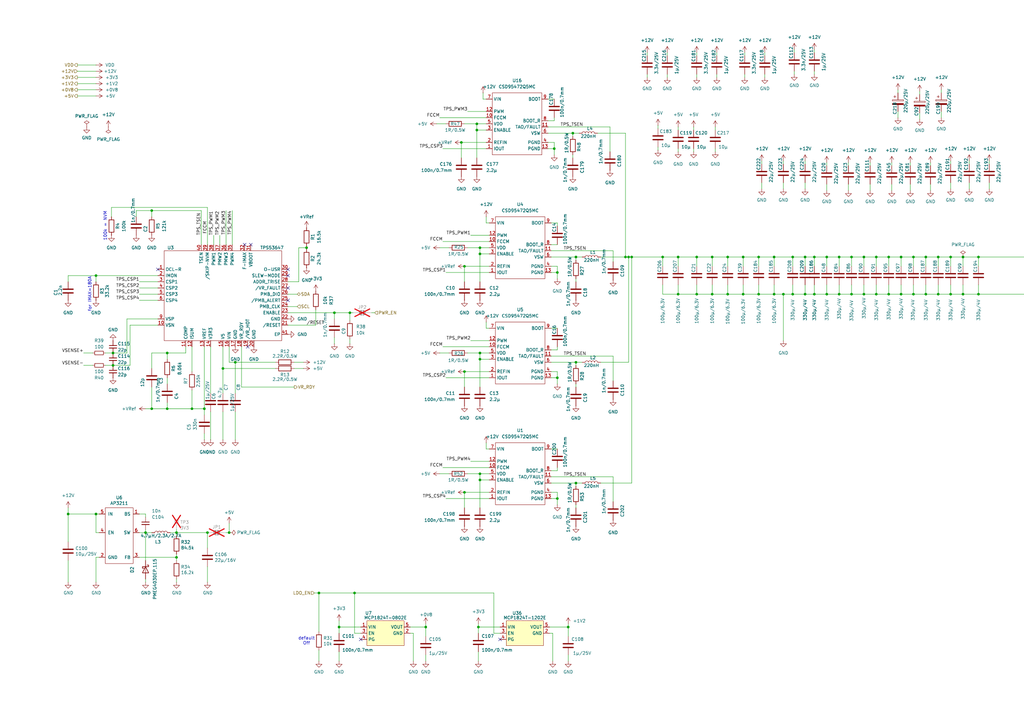
<source format=kicad_sch>
(kicad_sch (version 20250114) (generator "eeschema") (generator_version "9.0")
  (paper "A3")
  (title_block (title "BM1366 bitaxe") (date "2023-10-10") (rev "202"))
  (text "default\nOff" (at 125.73 262.89 0) (effects (font (size 1.27 1.27))))
  (text "for IMAX=180A" (at 36.83 120.65 90) (effects (font (size 1.27 1.27))))
  (text "100k = NVM" (at 43.18 92.71 90) (effects (font (size 1.27 1.27))))
  (junction (at 285.75 120.65))
  (junction (at 298.45 120.65))
  (junction (at 72.39 228.6))
  (junction (at 311.15 105.41))
  (junction (at 236.22 148.59))
  (junction (at 190.5 201.93))
  (junction (at 139.065 257.175) (diameter 0.9144))
  (junction (at 298.45 105.41))
  (junction (at 401.32 120.65))
  (junction (at 349.25 105.41))
  (junction (at 359.41 105.41))
  (junction (at 344.17 120.65))
  (junction (at 339.09 120.65))
  (junction (at 68.58 144.78))
  (junction (at 27.94 210.82))
  (junction (at 233.045 257.175))
  (junction (at 369.57 120.65))
  (junction (at 364.49 120.65))
  (junction (at 384.81 105.41))
  (junction (at 91.44 151.13))
  (junction (at 228.6 204.47))
  (junction (at 143.51 128.27))
  (junction (at 62.23 86.36))
  (junction (at 431.8 120.65))
  (junction (at 196.85 101.6))
  (junction (at 311.15 120.65))
  (junction (at 234.95 54.61))
  (junction (at 394.97 120.65))
  (junction (at 145.415 243.205))
  (junction (at 339.09 105.41))
  (junction (at 278.13 105.41))
  (junction (at 304.8 105.41))
  (junction (at 189.23 58.42))
  (junction (at 317.5 105.41))
  (junction (at 354.33 105.41))
  (junction (at 374.65 105.41))
  (junction (at 196.85 196.85))
  (junction (at 125.73 101.6))
  (junction (at 196.85 194.31))
  (junction (at 379.73 120.65))
  (junction (at 364.49 105.41))
  (junction (at 379.73 105.41))
  (junction (at 354.33 120.65))
  (junction (at 384.81 120.65))
  (junction (at 78.74 167.64))
  (junction (at 394.97 105.41))
  (junction (at 72.39 218.44))
  (junction (at 46.355 149.86))
  (junction (at 349.25 120.65))
  (junction (at 236.22 198.12))
  (junction (at 68.58 167.64))
  (junction (at 39.37 210.82))
  (junction (at 227.33 60.96))
  (junction (at 174.625 257.175) (diameter 0.9144))
  (junction (at 228.6 111.76))
  (junction (at 196.215 257.175) (diameter 0.9144))
  (junction (at 257.81 105.41))
  (junction (at 334.01 105.41))
  (junction (at 304.8 120.65))
  (junction (at 236.22 105.41))
  (junction (at 85.09 218.44))
  (junction (at 292.1 105.41))
  (junction (at 325.12 105.41))
  (junction (at 196.85 147.32))
  (junction (at 83.82 167.64))
  (junction (at 330.2 105.41))
  (junction (at 374.65 120.65))
  (junction (at 278.13 120.65))
  (junction (at 190.5 109.22))
  (junction (at 292.1 120.65))
  (junction (at 325.12 120.65))
  (junction (at 344.17 105.41))
  (junction (at 256.54 105.41))
  (junction (at 62.23 167.64))
  (junction (at 389.89 105.41))
  (junction (at 228.6 154.94))
  (junction (at 195.58 50.8))
  (junction (at 389.89 120.65))
  (junction (at 330.2 120.65))
  (junction (at 46.355 144.78))
  (junction (at 271.78 105.41))
  (junction (at 39.37 113.03))
  (junction (at 137.16 128.27))
  (junction (at 285.75 105.41))
  (junction (at 259.08 105.41))
  (junction (at 130.81 243.205))
  (junction (at 59.69 218.44))
  (junction (at 195.58 53.34))
  (junction (at 429.26 105.41))
  (junction (at 334.01 120.65))
  (junction (at 321.31 120.65))
  (junction (at 196.85 144.78))
  (junction (at 369.57 105.41))
  (junction (at 401.32 105.41))
  (junction (at 93.98 218.44))
  (junction (at 317.5 120.65))
  (junction (at 359.41 120.65))
  (junction (at 190.5 152.4))
  (junction (at 196.85 104.14))
  (junction (at 96.52 148.59))
  (no_connect (at 64.77 110.49))
  (no_connect (at 118.11 113.03))
  (no_connect (at 118.11 123.19))
  (no_connect (at 101.6 142.24))
  (no_connect (at 118.11 118.11))
  (no_connect (at 205.105 262.255))
  (no_connect (at 100.33 100.33))
  (no_connect (at 118.11 110.49))
  (no_connect (at 102.87 100.33))
  (no_connect (at 147.955 262.255))
  (wire (pts (xy 334.01 29.21) (xy 334.01 30.48)))
  (wire (pts (xy 294.005 21.59) (xy 294.005 22.86)))
  (wire (pts (xy 339.09 105.41) (xy 344.17 105.41)))
  (wire (pts (xy 369.57 105.41) (xy 374.65 105.41)))
  (wire (pts (xy 344.17 105.41) (xy 344.17 109.22)))
  (wire (pts (xy 379.73 105.41) (xy 379.73 109.22)))
  (wire (pts (xy 198.12 38.1) (xy 198.12 40.64)))
  (wire (pts (xy 325.12 120.65) (xy 330.2 120.65)))
  (wire (pts (xy 83.82 142.24) (xy 83.82 167.64)))
  (wire (pts (xy 389.89 74.93) (xy 389.89 77.47)))
  (wire (pts (xy 397.51 74.93) (xy 397.51 77.47)))
  (wire (pts (xy 233.045 255.905) (xy 233.045 257.175)))
  (wire (pts (xy 39.37 31.75) (xy 31.75 31.75)))
  (wire (pts (xy 364.49 105.41) (xy 364.49 109.22)))
  (wire (pts (xy 284.48 52.07) (xy 284.48 53.34)))
  (wire (pts (xy 394.97 105.41) (xy 394.97 109.22)))
  (wire (pts (xy 269.875 60.325) (xy 269.875 61.595)))
  (wire (pts (xy 246.38 148.59) (xy 257.81 148.59)))
  (wire (pts (xy 285.75 21.59) (xy 285.75 22.86)))
  (wire (pts (xy 145.415 259.715) (xy 147.955 259.715)))
  (wire (pts (xy 321.31 120.65) (xy 321.31 139.7)))
  (wire (pts (xy 226.06 148.59) (xy 236.22 148.59)))
  (wire (pts (xy 422.91 143.51) (xy 431.8 143.51)))
  (wire (pts (xy 234.95 63.5) (xy 234.95 64.77)))
  (wire (pts (xy 225.425 257.175) (xy 233.045 257.175)))
  (wire (pts (xy 233.045 268.605) (xy 233.045 271.145)))
  (wire (pts (xy 85.09 238.76) (xy 85.09 232.41)))
  (wire (pts (xy 347.98 66.675) (xy 347.98 67.945)))
  (wire (pts (xy 259.08 105.41) (xy 271.78 105.41)))
  (wire (pts (xy 224.79 60.96) (xy 227.33 60.96)))
  (wire (pts (xy 190.5 152.4) (xy 190.5 158.75)))
  (wire (pts (xy 298.45 116.84) (xy 298.45 120.65)))
  (wire (pts (xy 321.31 120.65) (xy 325.12 120.65)))
  (wire (pts (xy 199.39 88.9) (xy 199.39 91.44)))
  (wire (pts (xy 78.74 160.02) (xy 78.74 167.64)))
  (wire (pts (xy 168.275 257.175) (xy 174.625 257.175)))
  (wire (pts (xy 118.11 120.65) (xy 121.92 120.65)))
  (wire (pts (xy 200.66 201.93) (xy 190.5 201.93)))
  (wire (pts (xy 193.04 139.7) (xy 200.66 139.7)))
  (wire (pts (xy 226.695 259.715) (xy 226.695 271.145)))
  (wire (pts (xy 251.46 195.58) (xy 251.46 205.74)))
  (wire (pts (xy 195.58 53.34) (xy 195.58 50.8)))
  (wire (pts (xy 59.69 229.87) (xy 59.69 218.44)))
  (wire (pts (xy 273.685 30.48) (xy 273.685 31.75)))
  (wire (pts (xy 265.43 21.59) (xy 265.43 22.86)))
  (wire (pts (xy 145.415 243.205) (xy 202.565 243.205)))
  (wire (pts (xy 285.75 109.22) (xy 285.75 105.41)))
  (wire (pts (xy 39.37 210.82) (xy 40.64 210.82)))
  (wire (pts (xy 226.06 143.51) (xy 228.6 143.51)))
  (wire (pts (xy 122.555 101.6) (xy 125.73 101.6)))
  (wire (pts (xy 86.36 142.24) (xy 86.36 161.29)))
  (wire (pts (xy 85.09 224.79) (xy 85.09 218.44)))
  (wire (pts (xy 228.6 157.48) (xy 228.6 154.94)))
  (wire (pts (xy 57.15 210.82) (xy 59.69 210.82)))
  (wire (pts (xy 59.69 238.76) (xy 59.69 237.49)))
  (wire (pts (xy 39.37 113.03) (xy 64.77 113.03)))
  (wire (pts (xy 374.65 105.41) (xy 374.65 109.22)))
  (wire (pts (xy 27.94 113.03) (xy 27.94 115.57)))
  (wire (pts (xy 59.69 218.44) (xy 59.69 217.17)))
  (wire (pts (xy 139.065 257.175) (xy 147.955 257.175)))
  (wire (pts (xy 313.69 21.59) (xy 313.69 22.86)))
  (wire (pts (xy 27.94 208.28) (xy 27.94 210.82)))
  (wire (pts (xy 278.13 52.07) (xy 278.13 53.34)))
  (wire (pts (xy 190.5 50.8) (xy 195.58 50.8)))
  (wire (pts (xy 226.06 198.12) (xy 236.22 198.12)))
  (wire (pts (xy 85.09 218.44) (xy 72.39 218.44)))
  (wire (pts (xy 394.97 116.84) (xy 394.97 120.65)))
  (wire (pts (xy 381.635 75.565) (xy 381.635 78.105)))
  (wire (pts (xy 226.06 154.94) (xy 228.6 154.94)))
  (wire (pts (xy 137.16 128.27) (xy 137.16 130.81)))
  (wire (pts (xy 224.79 52.07) (xy 250.19 52.07)))
  (wire (pts (xy 236.22 198.12) (xy 236.22 199.39)))
  (wire (pts (xy 339.09 116.84) (xy 339.09 120.65)))
  (wire (pts (xy 226.06 195.58) (xy 251.46 195.58)))
  (wire (pts (xy 72.39 228.6) (xy 72.39 227.33)))
  (wire (pts (xy 45.72 88.9) (xy 45.72 85.09)))
  (wire (pts (xy 39.37 29.21) (xy 31.75 29.21)))
  (wire (pts (xy 246.38 198.12) (xy 259.08 198.12)))
  (wire (pts (xy 196.85 144.78) (xy 200.66 144.78)))
  (wire (pts (xy 91.44 151.13) (xy 113.03 151.13)))
  (wire (pts (xy 76.2 142.24) (xy 76.2 144.78)))
  (wire (pts (xy 285.75 30.48) (xy 285.75 31.75)))
  (wire (pts (xy 369.57 116.84) (xy 369.57 120.65)))
  (wire (pts (xy 292.1 105.41) (xy 292.1 109.22)))
  (wire (pts (xy 125.73 101.6) (xy 125.73 102.235)))
  (wire (pts (xy 90.17 96.52) (xy 90.17 100.33)))
  (wire (pts (xy 359.41 116.84) (xy 359.41 120.65)))
  (wire (pts (xy 118.11 125.73) (xy 121.92 125.73)))
  (wire (pts (xy 317.5 105.41) (xy 325.12 105.41)))
  (wire (pts (xy 68.58 144.78) (xy 62.23 144.78)))
  (wire (pts (xy 199.39 91.44) (xy 200.66 91.44)))
  (wire (pts (xy 228.6 201.93) (xy 226.06 201.93)))
  (wire (pts (xy 224.79 49.53) (xy 227.33 49.53)))
  (wire (pts (xy 364.49 116.84) (xy 364.49 120.65)))
  (wire (pts (xy 27.94 238.76) (xy 27.94 229.87)))
  (wire (pts (xy 429.26 105.41) (xy 429.26 101.6)))
  (wire (pts (xy 298.45 120.65) (xy 304.8 120.65)))
  (wire (pts (xy 64.77 130.81) (xy 52.07 130.81)))
  (wire (pts (xy 374.65 116.84) (xy 374.65 120.65)))
  (wire (pts (xy 190.5 201.93) (xy 190.5 208.28)))
  (wire (pts (xy 379.73 105.41) (xy 384.81 105.41)))
  (wire (pts (xy 180.34 144.78) (xy 184.15 144.78)))
  (wire (pts (xy 43.18 144.78) (xy 46.355 144.78)))
  (wire (pts (xy 83.82 177.8) (xy 83.82 180.34)))
  (wire (pts (xy 325.755 29.21) (xy 325.755 30.48)))
  (wire (pts (xy 46.355 144.78) (xy 52.07 144.78)))
  (wire (pts (xy 179.07 50.8) (xy 182.88 50.8)))
  (wire (pts (xy 284.48 60.96) (xy 284.48 62.23)))
  (wire (pts (xy 334.01 105.41) (xy 339.09 105.41)))
  (wire (pts (xy 259.08 198.12) (xy 259.08 105.41)))
  (wire (pts (xy 344.17 105.41) (xy 349.25 105.41)))
  (wire (pts (xy 68.58 144.78) (xy 68.58 147.32)))
  (wire (pts (xy 344.17 120.65) (xy 349.25 120.65)))
  (wire (pts (xy 226.695 259.715) (xy 225.425 259.715)))
  (wire (pts (xy 92.71 86.36) (xy 92.71 100.33)))
  (wire (pts (xy 356.87 75.565) (xy 356.87 78.105)))
  (wire (pts (xy 83.82 167.64) (xy 78.74 167.64)))
  (wire (pts (xy 72.39 218.44) (xy 69.85 218.44)))
  (wire (pts (xy 228.6 114.3) (xy 228.6 111.76)))
  (wire (pts (xy 59.69 218.44) (xy 62.23 218.44)))
  (wire (pts (xy 381.635 66.675) (xy 381.635 67.945)))
  (wire (pts (xy 72.39 238.76) (xy 72.39 237.49)))
  (wire (pts (xy 304.8 109.22) (xy 304.8 105.41)))
  (wire (pts (xy 199.39 184.15) (xy 200.66 184.15)))
  (wire (pts (xy 199.39 134.62) (xy 200.66 134.62)))
  (wire (pts (xy 143.51 128.27) (xy 143.51 131.445)))
  (wire (pts (xy 354.33 120.65) (xy 359.41 120.65)))
  (wire (pts (xy 397.51 66.04) (xy 397.51 67.31)))
  (wire (pts (xy 304.8 105.41) (xy 311.15 105.41)))
  (wire (pts (xy 195.58 64.77) (xy 195.58 53.34)))
  (wire (pts (xy 195.58 50.8) (xy 199.39 50.8)))
  (wire (pts (xy 368.3 36.83) (xy 368.3 38.1)))
  (wire (pts (xy 304.8 116.84) (xy 304.8 120.65)))
  (wire (pts (xy 374.65 105.41) (xy 379.73 105.41)))
  (wire (pts (xy 344.17 116.84) (xy 344.17 120.65)))
  (wire (pts (xy 364.49 120.65) (xy 369.57 120.65)))
  (wire (pts (xy 317.5 120.65) (xy 321.31 120.65)))
  (wire (pts (xy 384.81 120.65) (xy 389.89 120.65)))
  (wire (pts (xy 354.33 105.41) (xy 359.41 105.41)))
  (wire (pts (xy 196.85 196.85) (xy 200.66 196.85)))
  (wire (pts (xy 379.73 120.65) (xy 384.81 120.65)))
  (wire (pts (xy 256.54 105.41) (xy 257.81 105.41)))
  (wire (pts (xy 405.765 74.93) (xy 405.765 77.47)))
  (wire (pts (xy 93.98 148.59) (xy 96.52 148.59)))
  (wire (pts (xy 199.39 181.61) (xy 199.39 184.15)))
  (wire (pts (xy 294.005 30.48) (xy 294.005 31.75)))
  (wire (pts (xy 199.39 58.42) (xy 189.23 58.42)))
  (wire (pts (xy 347.98 75.565) (xy 347.98 78.105)))
  (wire (pts (xy 292.1 120.65) (xy 298.45 120.65)))
  (wire (pts (xy 87.63 96.52) (xy 87.63 100.33)))
  (wire (pts (xy 99.06 142.24) (xy 99.06 158.75)))
  (wire (pts (xy 39.37 218.44) (xy 40.64 218.44)))
  (wire (pts (xy 317.5 116.84) (xy 317.5 120.65)))
  (wire (pts (xy 401.32 105.41) (xy 401.32 109.22)))
  (wire (pts (xy 189.23 58.42) (xy 189.23 64.77)))
  (wire (pts (xy 91.44 142.24) (xy 91.44 151.13)))
  (wire (pts (xy 386.08 36.83) (xy 386.08 38.1)))
  (wire (pts (xy 57.15 218.44) (xy 59.69 218.44)))
  (wire (pts (xy 122.555 115.57) (xy 122.555 101.6)))
  (wire (pts (xy 429.26 105.41) (xy 431.8 105.41)))
  (wire (pts (xy 250.19 52.07) (xy 250.19 62.23)))
  (wire (pts (xy 72.39 219.71) (xy 72.39 218.44)))
  (wire (pts (xy 368.3 45.72) (xy 368.3 48.26)))
  (wire (pts (xy 334.01 105.41) (xy 334.01 109.22)))
  (wire (pts (xy 386.08 45.72) (xy 386.08 48.26)))
  (wire (pts (xy 228.6 152.4) (xy 226.06 152.4)))
  (wire (pts (xy 236.22 198.12) (xy 238.76 198.12)))
  (wire (pts (xy 330.2 116.84) (xy 330.2 120.65)))
  (wire (pts (xy 293.37 52.07) (xy 293.37 53.34)))
  (wire (pts (xy 271.78 116.84) (xy 271.78 120.65)))
  (wire (pts (xy 236.22 148.59) (xy 238.76 148.59)))
  (wire (pts (xy 83.82 167.64) (xy 83.82 170.18)))
  (wire (pts (xy 199.39 48.26) (xy 180.34 48.26)))
  (wire (pts (xy 196.85 196.85) (xy 196.85 194.31)))
  (wire (pts (xy 57.15 123.19) (xy 64.77 123.19)))
  (wire (pts (xy 311.15 105.41) (xy 317.5 105.41)))
  (wire (pts (xy 339.09 75.565) (xy 339.09 78.105)))
  (wire (pts (xy 137.16 128.27) (xy 143.51 128.27)))
  (wire (pts (xy 57.15 115.57) (xy 64.77 115.57)))
  (wire (pts (xy 246.38 105.41) (xy 256.54 105.41)))
  (wire (pts (xy 174.625 268.605) (xy 174.625 271.145)))
  (wire (pts (xy 298.45 105.41) (xy 298.45 109.22)))
  (wire (pts (xy 39.37 228.6) (xy 40.64 228.6)))
  (wire (pts (xy 374.65 120.65) (xy 379.73 120.65)))
  (wire (pts (xy 86.36 180.34) (xy 86.36 168.91)))
  (wire (pts (xy 227.33 60.96) (xy 227.33 58.42)))
  (wire (pts (xy 313.69 30.48) (xy 313.69 31.75)))
  (wire (pts (xy 76.2 144.78) (xy 68.58 144.78)))
  (wire (pts (xy 321.31 66.04) (xy 321.31 67.31)))
  (wire (pts (xy 137.16 138.43) (xy 137.16 140.97)))
  (wire (pts (xy 118.11 133.35) (xy 129.54 133.35)))
  (wire (pts (xy 198.12 40.64) (xy 199.39 40.64)))
  (wire (pts (xy 226.06 134.62) (xy 228.6 134.62)))
  (wire (pts (xy 278.13 105.41) (xy 285.75 105.41)))
  (wire (pts (xy 118.11 128.27) (xy 137.16 128.27)))
  (wire (pts (xy 330.2 105.41) (xy 334.01 105.41)))
  (wire (pts (xy 389.89 66.04) (xy 389.89 67.31)))
  (wire (pts (xy 85.09 85.09) (xy 85.09 100.33)))
  (wire (pts (xy 68.58 167.64) (xy 62.23 167.64)))
  (wire (pts (xy 330.2 120.65) (xy 334.01 120.65)))
  (wire (pts (xy 389.89 120.65) (xy 394.97 120.65)))
  (wire (pts (xy 196.85 147.32) (xy 196.85 144.78)))
  (wire (pts (xy 226.06 102.87) (xy 251.46 102.87)))
  (wire (pts (xy 27.94 210.82) (xy 39.37 210.82)))
  (wire (pts (xy 68.58 165.1) (xy 68.58 167.64)))
  (wire (pts (xy 62.23 167.64) (xy 62.23 158.75)))
  (wire (pts (xy 227.33 49.53) (xy 227.33 48.26)))
  (wire (pts (xy 191.77 144.78) (xy 196.85 144.78)))
  (wire (pts (xy 196.85 194.31) (xy 200.66 194.31)))
  (wire (pts (xy 233.045 257.175) (xy 233.045 260.985)))
  (wire (pts (xy 27.94 113.03) (xy 39.37 113.03)))
  (wire (pts (xy 226.06 204.47) (xy 228.6 204.47)))
  (wire (pts (xy 191.77 101.6) (xy 196.85 101.6)))
  (wire (pts (xy 369.57 105.41) (xy 369.57 109.22)))
  (wire (pts (xy 285.75 120.65) (xy 292.1 120.65)))
  (wire (pts (xy 334.01 20.32) (xy 334.01 21.59)))
  (wire (pts (xy 354.33 120.65) (xy 354.33 116.84)))
  (wire (pts (xy 196.215 255.905) (xy 196.215 257.175)))
  (wire (pts (xy 325.755 20.32) (xy 325.755 21.59)))
  (wire (pts (xy 373.38 75.565) (xy 373.38 78.105)))
  (wire (pts (xy 317.5 105.41) (xy 317.5 109.22)))
  (wire (pts (xy 226.06 91.44) (xy 228.6 91.44)))
  (wire (pts (xy 68.58 154.94) (xy 68.58 157.48)))
  (wire (pts (xy 228.6 111.76) (xy 228.6 109.22)))
  (wire (pts (xy 228.6 91.44) (xy 228.6 92.71)))
  (wire (pts (xy 72.39 217.17) (xy 72.39 218.44)))
  (wire (pts (xy 46.355 149.86) (xy 53.34 149.86)))
  (wire (pts (xy 431.8 135.89) (xy 431.8 143.51)))
  (wire (pts (xy 191.77 194.31) (xy 196.85 194.31)))
  (wire (pts (xy 356.87 66.675) (xy 356.87 67.945)))
  (wire (pts (xy 236.22 207.01) (xy 236.22 208.28)))
  (wire (pts (xy 429.26 105.41) (xy 429.26 128.27)))
  (wire (pts (xy 349.25 105.41) (xy 354.33 105.41)))
  (wire (pts (xy 82.55 86.36) (xy 62.23 86.36)))
  (wire (pts (xy 196.85 158.75) (xy 196.85 147.32)))
  (wire (pts (xy 118.11 115.57) (xy 122.555 115.57)))
  (wire (pts (xy 120.65 151.13) (xy 124.46 151.13)))
  (wire (pts (xy 57.15 228.6) (xy 72.39 228.6)))
  (wire (pts (xy 278.13 120.65) (xy 285.75 120.65)))
  (wire (pts (xy 196.85 147.32) (xy 200.66 147.32)))
  (wire (pts (xy 228.6 109.22) (xy 226.06 109.22)))
  (wire (pts (xy 349.25 105.41) (xy 349.25 109.22)))
  (wire (pts (xy 62.23 144.78) (xy 62.23 151.13)))
  (wire (pts (xy 226.06 105.41) (xy 236.22 105.41)))
  (wire (pts (xy 365.76 75.565) (xy 365.76 78.105)))
  (wire (pts (xy 334.01 116.84) (xy 334.01 120.65)))
  (wire (pts (xy 256.54 54.61) (xy 256.54 105.41)))
  (wire (pts (xy 196.85 208.28) (xy 196.85 196.85)))
  (wire (pts (xy 311.15 105.41) (xy 311.15 109.22)))
  (wire (pts (xy 278.13 60.96) (xy 278.13 62.23)))
  (wire (pts (xy 224.79 54.61) (xy 234.95 54.61)))
  (wire (pts (xy 273.685 21.59) (xy 273.685 22.86)))
  (wire (pts (xy 93.98 214.63) (xy 93.98 218.44)))
  (wire (pts (xy 379.73 116.84) (xy 379.73 120.65)))
  (wire (pts (xy 377.19 37.465) (xy 377.19 38.735)))
  (wire (pts (xy 305.435 30.48) (xy 305.435 31.75)))
  (wire (pts (xy 55.88 86.36) (xy 55.88 88.9)))
  (wire (pts (xy 292.1 105.41) (xy 298.45 105.41)))
  (wire (pts (xy 39.37 210.82) (xy 39.37 218.44)))
  (wire (pts (xy 193.04 189.23) (xy 200.66 189.23)))
  (wire (pts (xy 401.32 105.41) (xy 429.26 105.41)))
  (wire (pts (xy 195.58 53.34) (xy 199.39 53.34)))
  (wire (pts (xy 236.22 105.41) (xy 238.76 105.41)))
  (wire (pts (xy 143.51 139.065) (xy 143.51 140.97)))
  (wire (pts (xy 34.29 144.78) (xy 38.1 144.78)))
  (wire (pts (xy 257.81 105.41) (xy 259.08 105.41)))
  (wire (pts (xy 196.85 115.57) (xy 196.85 104.14)))
  (wire (pts (xy 27.94 222.25) (xy 27.94 210.82)))
  (wire (pts (xy 228.6 207.01) (xy 228.6 204.47)))
  (wire (pts (xy 39.37 26.67) (xy 31.75 26.67)))
  (wire (pts (xy 191.77 45.72) (xy 199.39 45.72)))
  (wire (pts (xy 139.065 257.175) (xy 139.065 259.715)))
  (wire (pts (xy 93.98 142.24) (xy 93.98 148.59)))
  (wire (pts (xy 311.15 120.65) (xy 317.5 120.65)))
  (wire (pts (xy 200.66 152.4) (xy 190.5 152.4)))
  (wire (pts (xy 53.34 133.35) (xy 53.34 149.86)))
  (wire (pts (xy 226.06 193.04) (xy 228.6 193.04)))
  (wire (pts (xy 190.5 109.22) (xy 190.5 115.57)))
  (wire (pts (xy 384.81 105.41) (xy 384.81 109.22)))
  (wire (pts (xy 130.81 243.205) (xy 145.415 243.205)))
  (wire (pts (xy 228.6 143.51) (xy 228.6 142.24)))
  (wire (pts (xy 384.81 116.84) (xy 384.81 120.65)))
  (wire (pts (xy 394.97 105.41) (xy 401.32 105.41)))
  (wire (pts (xy 182.88 111.76) (xy 200.66 111.76)))
  (wire (pts (xy 339.09 120.65) (xy 334.01 120.65)))
  (wire (pts (xy 330.2 74.93) (xy 330.2 77.47)))
  (wire (pts (xy 174.625 257.175) (xy 174.625 260.985)))
  (wire (pts (xy 251.46 102.87) (xy 251.46 107.315)))
  (wire (pts (xy 384.81 105.41) (xy 389.89 105.41)))
  (wire (pts (xy 228.6 204.47) (xy 228.6 201.93)))
  (wire (pts (xy 182.88 154.94) (xy 200.66 154.94)))
  (wire (pts (xy 200.66 142.24) (xy 181.61 142.24)))
  (wire (pts (xy 57.15 118.11) (xy 64.77 118.11)))
  (wire (pts (xy 181.61 60.96) (xy 199.39 60.96)))
  (wire (pts (xy 349.25 116.84) (xy 349.25 120.65)))
  (wire (pts (xy 234.95 54.61) (xy 237.49 54.61)))
  (wire (pts (xy 139.065 267.335) (xy 139.065 271.145)))
  (wire (pts (xy 196.215 267.335) (xy 196.215 271.145)))
  (wire (pts (xy 180.34 194.31) (xy 184.15 194.31)))
  (wire (pts (xy 251.46 146.05) (xy 251.46 156.21)))
  (wire (pts (xy 226.06 146.05) (xy 251.46 146.05)))
  (wire (pts (xy 152.4 128.27) (xy 153.67 128.27)))
  (wire (pts (xy 365.76 66.675) (xy 365.76 67.945)))
  (wire (pts (xy 143.51 128.27) (xy 144.78 128.27)))
  (wire (pts (xy 234.95 54.61) (xy 234.95 55.88)))
  (wire (pts (xy 96.52 168.91) (xy 96.52 180.34)))
  (wire (pts (xy 278.13 105.41) (xy 278.13 109.22)))
  (wire (pts (xy 196.85 101.6) (xy 200.66 101.6)))
  (wire (pts (xy 196.85 104.14) (xy 196.85 101.6)))
  (wire (pts (xy 226.06 184.15) (xy 228.6 184.15)))
  (wire (pts (xy 57.15 120.65) (xy 64.77 120.65)))
  (wire (pts (xy 145.415 243.205) (xy 145.415 259.715)))
  (wire (pts (xy 236.22 157.48) (xy 236.22 158.75)))
  (wire (pts (xy 78.74 167.64) (xy 68.58 167.64)))
  (wire (pts (xy 59.69 167.64) (xy 62.23 167.64)))
  (wire (pts (xy 99.06 158.75) (xy 120.65 158.75)))
  (wire (pts (xy 269.875 51.435) (xy 269.875 52.705)))
  (wire (pts (xy 227.33 58.42) (xy 224.79 58.42)))
  (wire (pts (xy 344.17 120.65) (xy 339.09 120.65)))
  (wire (pts (xy 373.38 66.675) (xy 373.38 67.945)))
  (wire (pts (xy 62.23 86.36) (xy 62.23 88.9)))
  (wire (pts (xy 120.65 148.59) (xy 124.46 148.59)))
  (wire (pts (xy 169.545 259.715) (xy 169.545 271.145)))
  (wire (pts (xy 257.81 105.41) (xy 257.81 148.59)))
  (wire (pts (xy 227.33 63.5) (xy 227.33 60.96)))
  (wire (pts (xy 325.12 105.41) (xy 330.2 105.41)))
  (wire (pts (xy 349.25 120.65) (xy 354.33 120.65)))
  (wire (pts (xy 200.66 191.77) (xy 181.61 191.77)))
  (wire (pts (xy 339.09 105.41) (xy 339.09 109.22)))
  (wire (pts (xy 193.04 96.52) (xy 200.66 96.52)))
  (wire (pts (xy 228.6 193.04) (xy 228.6 191.77)))
  (wire (pts (xy 405.765 66.04) (xy 405.765 67.31)))
  (wire (pts (xy 43.18 149.86) (xy 46.355 149.86)))
  (wire (pts (xy 354.33 105.41) (xy 354.33 109.22)))
  (wire (pts (xy 39.37 238.76) (xy 39.37 228.6)))
  (wire (pts (xy 196.85 104.14) (xy 200.66 104.14)))
  (wire (pts (xy 45.72 85.09) (xy 85.09 85.09)))
  (wire (pts (xy 39.37 34.29) (xy 31.75 34.29)))
  (wire (pts (xy 265.43 30.48) (xy 265.43 31.75)))
  (wire (pts (xy 305.435 21.59) (xy 305.435 22.86)))
  (wire (pts (xy 389.89 105.41) (xy 394.97 105.41)))
  (wire (pts (xy 129.54 127) (xy 129.54 133.35)))
  (wire (pts (xy 130.81 243.205) (xy 130.81 259.08)))
  (wire (pts (xy 59.69 210.82) (xy 59.69 212.09)))
  (wire (pts (xy 196.215 257.175) (xy 196.215 259.715)))
  (wire (pts (xy 394.97 120.65) (xy 401.32 120.65)))
  (wire (pts (xy 245.11 54.61) (xy 256.54 54.61)))
  (wire (pts (xy 359.41 105.41) (xy 364.49 105.41)))
  (wire (pts (xy 174.625 255.905) (xy 174.625 257.175)))
  (wire (pts (xy 228.6 154.94) (xy 228.6 152.4)))
  (wire (pts (xy 285.75 105.41) (xy 292.1 105.41)))
  (wire (pts (xy 271.78 105.41) (xy 271.78 109.22)))
  (wire (pts (xy 236.22 148.59) (xy 236.22 149.86)))
  (wire (pts (xy 95.25 86.36) (xy 95.25 100.33)))
  (wire (pts (xy 62.23 86.36) (xy 55.88 86.36)))
  (wire (pts (xy 202.565 243.205) (xy 202.565 259.715)))
  (wire (pts (xy 34.29 149.86) (xy 38.1 149.86)))
  (wire (pts (xy 339.09 66.675) (xy 339.09 67.945)))
  (wire (pts (xy 364.49 105.41) (xy 369.57 105.41)))
  (wire (pts (xy 52.07 144.78) (xy 52.07 130.81)))
  (wire (pts (xy 330.2 105.41) (xy 330.2 109.22)))
  (wire (pts (xy 31.75 39.37) (xy 39.37 39.37)))
  (wire (pts (xy 226.06 100.33) (xy 228.6 100.33)))
  (wire (pts (xy 93.98 218.44) (xy 92.71 218.44)))
  (wire (pts (xy 325.12 105.41) (xy 325.12 109.22)))
  (wire (pts (xy 199.39 132.08) (xy 199.39 134.62)))
  (wire (pts (xy 182.88 204.47) (xy 200.66 204.47)))
  (wire (pts (xy 72.39 229.87) (xy 72.39 228.6)))
  (wire (pts (xy 236.22 105.41) (xy 236.22 106.68)))
  (wire (pts (xy 139.065 254.635) (xy 139.065 257.175)))
  (wire (pts (xy 312.42 74.93) (xy 312.42 77.47)))
  (wire (pts (xy 304.8 120.65) (xy 311.15 120.65)))
  (wire (pts (xy 285.75 116.84) (xy 285.75 120.65)))
  (wire (pts (xy 377.19 46.355) (xy 377.19 48.895)))
  (wire (pts (xy 130.81 266.7) (xy 130.81 271.145)))
  (wire (pts (xy 82.55 86.36) (xy 82.55 100.33)))
  (wire (pts (xy 271.78 120.65) (xy 278.13 120.65)))
  (wire (pts (xy 169.545 259.715) (xy 168.275 259.715)))
  (wire (pts (xy 311.15 116.84) (xy 311.15 120.65)))
  (wire (pts (xy 298.45 105.41) (xy 304.8 105.41)))
  (wire (pts (xy 389.89 116.84) (xy 389.89 120.65)))
  (wire (pts (xy 401.32 116.84) (xy 401.32 120.65)))
  (wire (pts (xy 91.44 151.13) (xy 91.44 161.29)))
  (wire (pts (xy 224.79 40.64) (xy 227.33 40.64)))
  (wire (pts (xy 325.12 116.84) (xy 325.12 120.65)))
  (wire (pts (xy 205.105 259.715) (xy 202.565 259.715)))
  (wire (pts (xy 226.06 111.76) (xy 228.6 111.76)))
  (wire (pts (xy 39.37 36.83) (xy 31.75 36.83)))
  (wire (pts (xy 389.89 105.41) (xy 389.89 109.22)))
  (wire (pts (xy 429.26 135.89) (xy 429.26 139.7)))
  (wire (pts (xy 422.91 139.7) (xy 429.26 139.7)))
  (wire (pts (xy 96.52 148.59) (xy 113.03 148.59)))
  (wire (pts (xy 278.13 116.84) (xy 278.13 120.65)))
  (wire (pts (xy 200.66 99.06) (xy 181.61 99.06)))
  (wire (pts (xy 96.52 148.59) (xy 96.52 161.29)))
  (wire (pts (xy 330.2 66.04) (xy 330.2 67.31)))
  (wire (pts (xy 78.74 142.24) (xy 78.74 152.4)))
  (wire (pts (xy 292.1 116.84) (xy 292.1 120.65)))
  (wire (pts (xy 180.34 101.6) (xy 184.15 101.6)))
  (wire (pts (xy 369.57 120.65) (xy 374.65 120.65)))
  (wire (pts (xy 293.37 60.96) (xy 293.37 62.23)))
  (wire (pts (xy 64.77 133.35) (xy 53.34 133.35)))
  (wire (pts (xy 401.32 120.65) (xy 431.8 120.65)))
  (wire (pts (xy 196.215 257.175) (xy 205.105 257.175)))
  (wire (pts (xy 128.905 243.205) (xy 130.81 243.205)))
  (wire (pts (xy 125.73 101.6) (xy 125.73 100.965)))
  (wire (pts (xy 321.31 74.93) (xy 321.31 77.47)))
  (wire (pts (xy 312.42 66.04) (xy 312.42 67.31)))
  (wire (pts (xy 359.41 120.65) (xy 364.49 120.65)))
  (wire (pts (xy 431.8 120.65) (xy 431.8 128.27)))
  (wire (pts (xy 236.22 114.3) (xy 236.22 115.57)))
  (wire (pts (xy 271.78 105.41) (xy 278.13 105.41)))
  (wire (pts (xy 91.44 168.91) (xy 91.44 180.34)))
  (wire (pts (xy 200.66 109.22) (xy 190.5 109.22)))
  (wire (pts (xy 39.37 113.03) (xy 39.37 115.57)))
  (wire (pts (xy 359.41 105.41) (xy 359.41 109.22)))
  (label "TPS_TSEN" (at 231.14 195.58 0))
  (label "TPS_PWM1" (at 87.63 96.52 90))
  (label "FCCM" (at 181.61 191.77 180))
  (label "TPS_CSP1" (at 57.15 115.57 180))
  (label "FCCM" (at 181.61 142.24 180))
  (label "TPS_PWM4" (at 95.25 86.36 270))
  (label "{slash}RESET" (at 125.73 133.35 0))
  (label "TPS_CSP4" (at 182.88 204.47 180))
  (label "TPS_TSEN" (at 82.55 96.52 90))
  (label "TPS_PWM3" (at 92.71 86.36 270))
  (label "TPS_CSP4" (at 57.15 123.19 180))
  (label "TPS_TSEN" (at 231.14 102.87 0))
  (label "TPS_PWM1" (at 193.04 96.52 180))
  (label "FCCM" (at 181.61 99.06 180))
  (label "TPS_PWM2" (at 193.04 139.7 180))
  (label "TPS_TSEN" (at 229.87 52.07 0))
  (label "TPS_CSP2" (at 57.15 118.11 180))
  (label "TPS_PWM2" (at 90.17 96.52 90))
  (label "VSENSE+" (at 34.29 144.78 180))
  (label "TPS_PWM4" (at 193.04 189.23 180))
  (label "TPS_CSP3" (at 57.15 120.65 180))
  (label "VSENSE-" (at 424.18 143.51 0))
  (label "VSENSE-" (at 34.29 149.86 180))
  (label "TPS_CSP2" (at 182.88 154.94 180))
  (label "TPS_CSP3" (at 181.61 60.96 180))
  (label "TPS_CSP1" (at 182.88 111.76 180))
  (label "FCCM" (at 180.34 48.26 180))
  (label "VSENSE+" (at 424.18 139.7 0))
  (label "TPS_TSEN" (at 231.14 146.05 0))
  (label "FCCM" (at 85.09 95.885 90))
  (label "TPS_PWM3" (at 191.77 45.72 180))
  (hierarchical_label "VR_RDY" (shape output) (at 120.65 158.75 0))
  (hierarchical_label "VDD" (shape output) (at 31.75 26.67 180))
  (hierarchical_label "+12V" (shape input) (at 31.75 29.21 180))
  (hierarchical_label "SCL" (shape input) (at 121.92 125.73 0))
  (hierarchical_label "SDA" (shape bidirectional) (at 121.92 120.65 0))
  (hierarchical_label "+1V2" (shape output) (at 31.75 34.29 180))
  (hierarchical_label "+3V3" (shape output) (at 31.75 31.75 180))
  (hierarchical_label "+5V" (shape output) (at 31.75 39.37 180))
  (hierarchical_label "+0V8" (shape output) (at 31.75 36.83 180))
  (hierarchical_label "PWR_EN" (shape input) (at 153.67 128.27 0))
  (hierarchical_label "LDO_EN" (shape input) (at 128.905 243.205 180))
  (symbol (lib_id "power:GND") (at 397.51 77.47 0) (unit 1)
    (property "Reference" "#PWR0336" (effects (hide yes)))
    (property "Value" "GND" (at 397.51 82.042 0))
  )
  (symbol (lib_id "power:GND") (at 339.09 78.105 0) (unit 1)
    (property "Reference" "#PWR0145" (effects (hide yes)))
    (property "Value" "GND" (at 339.09 82.677 0))
  )
  (symbol (lib_id "power:GND") (at 381.635 78.105 0) (unit 1)
    (property "Reference" "#PWR0160" (effects (hide yes)))
    (property "Value" "GND" (at 381.635 82.677 0))
  )
  (symbol (lib_name "GND_2") (lib_id "power:GND") (at 190.5 123.19 0) (unit 1)
    (property "Reference" "#PWR044" (effects (hide yes)))
    (property "Value" "GND" (at 190.5 128.27 0))
    (property "Description" "Power symbol creates a global label with name \"GND\" , ground" (effects (hide yes)))
  )
  (symbol (lib_id "power:GND") (at 312.42 77.47 0) (unit 1)
    (property "Reference" "#PWR0358" (effects (hide yes)))
    (property "Value" "GND" (at 312.42 82.042 0))
  )
  (symbol (lib_id "power:GND") (at 233.045 271.145 0) (mirror y) (unit 1)
    (property "Reference" "#PWR0199" (effects (hide yes)))
    (property "Value" "GND" (at 233.045 275.59 0))
  )
  (symbol (lib_id "power:+12V") (at 273.685 21.59 0) (unit 1)
    (property "Reference" "#PWR0351" (effects (hide yes)))
    (property "Value" "+12V" (at 273.685 16.51 0))
  )
  (symbol (lib_name "+5V_1") (lib_id "power:+5V") (at 180.34 101.6 90) (unit 1)
    (property "Reference" "#PWR041" (effects (hide yes)))
    (property "Value" "+5V" (at 176.53 101.5999 90) (effects (justify left)))
    (property "Description" "Power symbol creates a global label with name \"+5V\"" (effects (hide yes)))
  )
  (symbol (lib_id "pferdibank-rescue:AP3211-mylib") (at 49.53 218.44 0) (unit 1)
    (property "Reference" "U6" (at 48.895 204.089 0))
    (property "Value" "AP3211" (at 48.895 206.4004 0))
    (property "Footprint" "Package_TO_SOT_SMD:SOT-23-6" (effects (hide yes)))
    (property "Description" "IC REG BUCK ADJ 1.5A SOT23-6" (effects (hide yes)))
    (property "Distributor" "D" (effects (hide yes)))
    (property "Manufacturer" "AP3211KTR-G1" (effects (hide yes)))
    (property "OrderNr" "AP3211KTR-G1DICT-ND" (effects (hide yes)))
  )
  (symbol (lib_id "power:+12V") (at 285.75 21.59 0) (unit 1)
    (property "Reference" "#PWR0325" (effects (hide yes)))
    (property "Value" "+12V" (at 285.75 16.51 0))
  )
  (symbol (lib_id "Device:C") (at 373.38 71.755 0) (unit 1)
    (property "Reference" "C81" (at 372.11 70.485 90) (effects (justify left)))
    (property "Value" "22µ/25V" (at 377.19 75.565 90) (effects (justify left)))
    (property "Footprint" "Capacitor_SMD:C_1210_3225Metric" (effects (hide yes)))
    (property "Description" "CAP CER 22UF 25V X5R 1210" (effects (hide yes)))
    (property "Distributor" "D" (effects (hide yes)))
    (property "Manufacturer" "C1210C226K3PAC7800" (effects (hide yes)))
    (property "OrderNr" "399-C1210C226K3PAC7800CT-ND" (effects (hide yes)))
  )
  (symbol (lib_name "GND_2") (lib_id "power:GND") (at 228.6 207.01 0) (unit 1)
    (property "Reference" "#PWR0347" (effects (hide yes)))
    (property "Value" "GND" (at 228.6 212.09 0))
    (property "Description" "Power symbol creates a global label with name \"GND\" , ground" (effects (hide yes)))
  )
  (symbol (lib_id "Device:R") (at 236.22 203.2 180) (unit 1)
    (property "Reference" "R53" (at 238.76 205.74 90) (effects (justify right)))
    (property "Value" "1R/0.5W" (at 233.68 206.375 90) (effects (justify right)))
    (property "Footprint" "Resistor_SMD:R_0805_2012Metric" (effects (hide yes)))
    (property "Description" "RES SMD 1 OHM 1% 1/2W 0805" (effects (hide yes)))
    (property "Distributor" "D" (effects (hide yes)))
    (property "Manufacturer" "CRCW08051R00FKEAHP" (effects (hide yes)))
    (property "OrderNr" "541-1.00TCT-ND" (effects (hide yes)))
  )
  (symbol (lib_name "+5V_1") (lib_id "power:+5V") (at 179.07 50.8 90) (unit 1)
    (property "Reference" "#PWR0317" (effects (hide yes)))
    (property "Value" "+5V" (at 175.26 50.7999 90) (effects (justify left)))
    (property "Description" "Power symbol creates a global label with name \"+5V\"" (effects (hide yes)))
  )
  (symbol (lib_id "Device:C") (at 374.65 113.03 0) (unit 1)
    (property "Reference" "C98" (at 373.38 111.76 90) (effects (justify left)))
    (property "Value" "330µ/4V" (at 374.396 131.572 90) (effects (justify left)))
    (property "Footprint" "Capacitor_SMD:C_1210_3225Metric" (effects (hide yes)))
    (property "Description" "CAP CER 330UF 4V X5R 1210" (effects (hide yes)))
    (property "Distributor" "D" (effects (hide yes)))
    (property "Manufacturer" "GRM32ER60G337ME05K" (effects (hide yes)))
    (property "OrderNr" "490-GRM32ER60G337ME05KCT-ND" (effects (hide yes)))
  )
  (symbol (lib_id "Device:R") (at 234.95 59.69 180) (unit 1)
    (property "Reference" "R48" (at 237.49 62.23 90) (effects (justify right)))
    (property "Value" "1R/0.5W" (at 232.41 62.865 90) (effects (justify right)))
    (property "Footprint" "Resistor_SMD:R_0805_2012Metric" (effects (hide yes)))
    (property "Description" "RES SMD 1 OHM 1% 1/2W 0805" (effects (hide yes)))
    (property "Distributor" "D" (effects (hide yes)))
    (property "Manufacturer" "CRCW08051R00FKEAHP" (effects (hide yes)))
    (property "OrderNr" "541-1.00TCT-ND" (effects (hide yes)))
  )
  (symbol (lib_id "power:GND") (at 169.545 271.145 0) (mirror y) (unit 1)
    (property "Reference" "#PWR0181" (effects (hide yes)))
    (property "Value" "GND" (at 169.545 275.59 0))
  )
  (symbol (lib_id "power:+12V") (at 381.635 66.675 0) (unit 1)
    (property "Reference" "#PWR0159" (effects (hide yes)))
    (property "Value" "+12V" (at 381.635 61.595 0))
  )
  (symbol (lib_id "power:+12V") (at 377.19 37.465 0) (unit 1)
    (property "Reference" "#PWR0161" (effects (hide yes)))
    (property "Value" "+12V" (at 377.19 32.385 0))
  )
  (symbol (lib_id "Device:C") (at 349.25 113.03 0) (unit 1)
    (property "Reference" "C86" (at 347.98 111.76 90) (effects (justify left)))
    (property "Value" "330µ/4V" (at 349.25 131.826 90) (effects (justify left)))
    (property "Footprint" "Capacitor_SMD:C_1210_3225Metric" (effects (hide yes)))
    (property "Description" "CAP CER 330UF 4V X5R 1210" (effects (hide yes)))
    (property "Distributor" "D" (effects (hide yes)))
    (property "Manufacturer" "GRM32ER60G337ME05K" (effects (hide yes)))
    (property "OrderNr" "490-GRM32ER60G337ME05KCT-ND" (effects (hide yes)))
  )
  (symbol (lib_id "Device:C") (at 55.88 92.71 0) (mirror y) (unit 1)
    (property "Reference" "C2" (at 59.69 95.25 90) (effects (justify left)))
    (property "Value" "1n/0.7mm" (at 54.61 91.44 90) (effects (justify left)))
    (property "Footprint" "Capacitor_SMD:C_0805_2012Metric" (effects (hide yes)))
    (property "Description" "CAP CER 1000PF 100V X7R 0805" (effects (hide yes)))
    (property "Distributor" "D" (effects (hide yes)))
    (property "Manufacturer" "CC0805KRX7R0BB102" (effects (hide yes)))
    (property "OrderNr" "311-1472-1-ND" (effects (hide yes)))
  )
  (symbol (lib_id "Device:C") (at 384.81 113.03 0) (unit 1)
    (property "Reference" "C188" (at 383.54 111.76 90) (effects (justify left)))
    (property "Value" "330µ/4V" (at 384.81 131.572 90) (effects (justify left)))
    (property "Footprint" "Capacitor_SMD:C_1210_3225Metric" (effects (hide yes)))
    (property "Description" "CAP CER 330UF 4V X5R 1210" (effects (hide yes)))
    (property "Distributor" "D" (effects (hide yes)))
    (property "Manufacturer" "GRM32ER60G337ME05K" (effects (hide yes)))
    (property "OrderNr" "490-GRM32ER60G337ME05KCT-ND" (effects (hide yes)))
  )
  (symbol (lib_id "power:+12V") (at 305.435 21.59 0) (unit 1)
    (property "Reference" "#PWR0228" (effects (hide yes)))
    (property "Value" "+12V" (at 305.435 16.51 0))
  )
  (symbol (lib_id "Device:C") (at 273.685 26.67 0) (unit 1)
    (property "Reference" "C216" (at 272.415 25.4 90) (effects (justify left)))
    (property "Value" "1µ/25V" (at 277.495 30.48 90) (effects (justify left)))
    (property "Footprint" "Capacitor_SMD:C_0805_2012Metric" (effects (hide yes)))
    (property "Description" "CAP CER 1UF 25V X7R 0805" (effects (hide yes)))
    (property "Distributor" "D" (effects (hide yes)))
    (property "Manufacturer" "CL21B105KAFNNNE" (effects (hide yes)))
    (property "OrderNr" "1276-1066-1-ND" (effects (hide yes)))
  )
  (symbol (lib_id "power:+12V") (at 330.2 66.04 0) (unit 1)
    (property "Reference" "#PWR0361" (effects (hide yes)))
    (property "Value" "+12V" (at 330.2 60.96 0))
  )
  (symbol (lib_name "GND_7") (lib_id "power:GND") (at 278.13 62.23 0) (unit 1)
    (property "Reference" "#PWR029" (effects (hide yes)))
    (property "Value" "GND" (at 278.13 67.31 0))
  )
  (symbol (lib_id "power:GND") (at 273.685 31.75 0) (unit 1)
    (property "Reference" "#PWR0352" (effects (hide yes)))
    (property "Value" "GND" (at 273.685 36.322 0))
  )
  (symbol (lib_id "Device:C") (at 330.2 71.12 0) (unit 1)
    (property "Reference" "C224" (at 328.93 69.85 90) (effects (justify left)))
    (property "Value" "22µ/25V" (at 334.01 74.93 90) (effects (justify left)))
    (property "Footprint" "Capacitor_SMD:C_1210_3225Metric" (effects (hide yes)))
    (property "Description" "CAP CER 22UF 25V X5R 1210" (effects (hide yes)))
    (property "Distributor" "D" (effects (hide yes)))
    (property "Manufacturer" "C1210C226K3PAC7800" (effects (hide yes)))
    (property "OrderNr" "399-C1210C226K3PAC7800CT-ND" (effects (hide yes)))
  )
  (symbol (lib_id "Device:C") (at 174.625 264.795 0) (unit 1)
    (property "Reference" "C105" (at 175.895 262.89 0) (effects (justify left bottom)))
    (property "Value" "1µ/25V" (at 175.895 268.605 0) (effects (justify left bottom)))
    (property "Footprint" "Capacitor_SMD:C_0805_2012Metric" (effects (hide yes)))
    (property "Description" "CAP CER 1UF 25V X7R 0805" (effects (hide yes)))
    (property "Distributor" "D" (effects (hide yes)))
    (property "Manufacturer" "CL21B105KAFNNNE" (effects (hide yes)))
    (property "OrderNr" "1276-1066-1-ND" (effects (hide yes)))
  )
  (symbol (lib_name "GND_5") (lib_id "power:GND") (at 91.44 180.34 0) (unit 1)
    (property "Reference" "#PWR024" (effects (hide yes)))
    (property "Value" "GND" (at 91.44 185.42 0))
    (property "Description" "Power symbol creates a global label with name \"GND\" , ground" (effects (hide yes)))
  )
  (symbol (lib_id "Device:R") (at 186.69 50.8 90) (mirror x) (unit 1)
    (property "Reference" "R47" (at 186.69 50.8 90))
    (property "Value" "1R/0.5W" (at 186.69 53.34 90))
    (property "Footprint" "Resistor_SMD:R_0805_2012Metric" (effects (hide yes)))
    (property "Description" "RES SMD 1 OHM 1% 1/2W 0805" (effects (hide yes)))
    (property "Distributor" "D" (effects (hide yes)))
    (property "Manufacturer" "CRCW08051R00FKEAHP" (effects (hide yes)))
    (property "OrderNr" "541-1.00TCT-ND" (effects (hide yes)))
  )
  (symbol (lib_id "Device:C") (at 389.89 113.03 0) (unit 1)
    (property "Reference" "C189" (at 388.62 111.76 90) (effects (justify left)))
    (property "Value" "330µ/4V" (at 389.89 131.572 90) (effects (justify left)))
    (property "Footprint" "Capacitor_SMD:C_1210_3225Metric" (effects (hide yes)))
    (property "Description" "CAP CER 330UF 4V X5R 1210" (effects (hide yes)))
    (property "Distributor" "D" (effects (hide yes)))
    (property "Manufacturer" "GRM32ER60G337ME05K" (effects (hide yes)))
    (property "OrderNr" "490-GRM32ER60G337ME05KCT-ND" (effects (hide yes)))
  )
  (symbol (lib_id "Device:C") (at 389.89 71.12 0) (unit 1)
    (property "Reference" "C191" (at 388.62 69.85 90) (effects (justify left)))
    (property "Value" "22µ/25V" (at 393.7 74.93 90) (effects (justify left)))
    (property "Footprint" "Capacitor_SMD:C_1210_3225Metric" (effects (hide yes)))
    (property "Description" "CAP CER 22UF 25V X5R 1210" (effects (hide yes)))
    (property "Distributor" "D" (effects (hide yes)))
    (property "Manufacturer" "C1210C226K3PAC7800" (effects (hide yes)))
    (property "OrderNr" "399-C1210C226K3PAC7800CT-ND" (effects (hide yes)))
  )
  (symbol (lib_id "Device:C") (at 62.23 154.94 0) (mirror y) (unit 1)
    (property "Reference" "C3" (at 66.04 157.48 90) (effects (justify left)))
    (property "Value" "12p" (at 58.42 158.75 90) (effects (justify left)))
    (property "Footprint" "Capacitor_SMD:C_0603_1608Metric" (effects (hide yes)))
    (property "Description" "CAP CER 12PF 100V C0G/NP0 0603" (effects (hide yes)))
    (property "Distributor" "D" (effects (hide yes)))
    (property "Manufacturer" "KGM15ACG2A120JM" (effects (hide yes)))
    (property "OrderNr" "478-KGM15ACG2A120JMCT-ND" (effects (hide yes)))
  )
  (symbol (lib_id "power:GND") (at 405.765 77.47 0) (unit 1)
    (property "Reference" "#PWR0338" (effects (hide yes)))
    (property "Value" "GND" (at 405.765 82.042 0))
  )
  (symbol (lib_name "+3V3_1") (lib_id "power:+3V3") (at 129.54 119.38 0) (unit 1)
    (property "Reference" "#PWR02" (effects (hide yes)))
    (property "Value" "+3V3" (at 129.54 114.3 0))
    (property "Description" "Power symbol creates a global label with name \"+3V3\"" (effects (hide yes)))
  )
  (symbol (lib_id "Device:C") (at 271.78 113.03 0) (unit 1)
    (property "Reference" "C206" (at 270.51 111.76 90) (effects (justify left)))
    (property "Value" "100µ/6.3V" (at 271.78 132.842 90) (effects (justify left)))
    (property "Footprint" "Capacitor_SMD:C_1210_3225Metric" (effects (hide yes)))
    (property "Description" "CAP CER 100UF 10V X5R 1210" (effects (hide yes)))
    (property "Distributor" "D" (effects (hide yes)))
    (property "Manufacturer" "C1210C107M8PAC7800" (effects (hide yes)))
    (property "OrderNr" "399-C1210C107M8PAC7800CT-ND" (effects (hide yes)))
  )
  (symbol (lib_id "mylib7:+VRef") (at 190.5 152.4 90) (unit 1)
    (property "Reference" "#PWR045" (effects (hide yes)))
    (property "Value" "+VRef" (at 186.69 152.3999 90) (effects (justify left)))
    (property "Description" "Power symbol creates a global label with name \"+3.3V\"" (effects (hide yes)))
  )
  (symbol (lib_id "power:GND") (at 294.005 31.75 0) (unit 1)
    (property "Reference" "#PWR0328" (effects (hide yes)))
    (property "Value" "GND" (at 294.005 36.322 0))
  )
  (symbol (lib_id "power:+3V3") (at 196.215 255.905 0) (unit 1)
    (property "Reference" "#PWR0193" (effects (hide yes)))
    (property "Value" "+3V3" (at 196.215 250.825 0))
  )
  (symbol (lib_id "power:GND") (at 368.3 48.26 0) (unit 1)
    (property "Reference" "#PWR0356" (effects (hide yes)))
    (property "Value" "GND" (at 368.3 52.832 0))
  )
  (symbol (lib_name "GND_7") (lib_id "power:GND") (at 284.48 62.23 0) (unit 1)
    (property "Reference" "#PWR036" (effects (hide yes)))
    (property "Value" "GND" (at 284.48 67.31 0))
  )
  (symbol (lib_id "Device:C") (at 285.75 113.03 0) (unit 1)
    (property "Reference" "C21" (at 284.48 111.76 90) (effects (justify left)))
    (property "Value" "100µ/6.3V" (at 285.75 132.842 90) (effects (justify left)))
    (property "Footprint" "Capacitor_SMD:C_1210_3225Metric" (effects (hide yes)))
    (property "Description" "CAP CER 100UF 10V X5R 1210" (effects (hide yes)))
    (property "Distributor" "D" (effects (hide yes)))
    (property "Manufacturer" "C1210C107M8PAC7800" (effects (hide yes)))
    (property "OrderNr" "399-C1210C107M8PAC7800CT-ND" (effects (hide yes)))
  )
  (symbol (lib_id "Device:L") (at 241.3 54.61 90) (unit 1)
    (property "Reference" "L4" (at 241.935 52.705 90))
    (property "Value" "220nH" (at 241.3 55.88 90))
    (property "Footprint" "Nerd8:IFLR-4031GC-01-8x10" (effects (hide yes)))
    (property "Description" "FIXED IND 220NH 79A 0.17MOHM SMD" (effects (hide yes)))
    (property "Distributor" "D" (effects (hide yes)))
    (property "Manufacturer" "FP1008R5-R220-R" (effects (hide yes)))
    (property "OrderNr" "283-FP1008R5-R220-RCT-ND" (effects (hide yes)))
  )
  (symbol (lib_id "power:+12V") (at 365.76 66.675 0) (unit 1)
    (property "Reference" "#PWR0148" (effects (hide yes)))
    (property "Value" "+12V" (at 365.76 61.595 0))
  )
  (symbol (lib_id "Device:C") (at 334.01 113.03 0) (unit 1)
    (property "Reference" "C186" (at 332.74 111.76 90) (effects (justify left)))
    (property "Value" "330µ/4V" (at 334.01 131.572 90) (effects (justify left)))
    (property "Footprint" "Capacitor_SMD:C_1210_3225Metric" (effects (hide yes)))
    (property "Description" "CAP CER 330UF 4V X5R 1210" (effects (hide yes)))
    (property "Distributor" "D" (effects (hide yes)))
    (property "Manufacturer" "GRM32ER60G337ME05K" (effects (hide yes)))
    (property "OrderNr" "490-GRM32ER60G337ME05KCT-ND" (effects (hide yes)))
  )
  (symbol (lib_id "mylib7:TPS53647") (at 91.44 121.92 0) (unit 1)
    (property "Reference" "U3" (at 68.58 101.6 0) (effects (justify left)))
    (property "Value" "TPS53647" (at 106.68 101.6 0) (effects (justify left)))
    (property "Footprint" "Package_DFN_QFN:Texas_RHA0040B_VQFN-40-1EP_6x6mm_P0.5mm_EP4.15x4.15mm_ThermalVias" (effects (hide yes)))
    (property "Description" "IC REG CTRLR VR12 1OUT 40WQFN" (effects (hide yes)))
    (property "Distributor" "D" (effects (hide yes)))
    (property "Manufacturer" "TPS53647RTAR" (effects (hide yes)))
    (property "OrderNr" "296-51986-1-ND" (effects (hide yes)))
  )
  (symbol (lib_name "GND_2") (lib_id "power:GND") (at 251.46 163.83 0) (unit 1)
    (property "Reference" "#PWR0218" (effects (hide yes)))
    (property "Value" "GND" (at 251.46 168.91 0))
    (property "Description" "Power symbol creates a global label with name \"GND\" , ground" (effects (hide yes)))
  )
  (symbol (lib_id "power:+3V3") (at 39.37 31.75 270) (mirror x) (unit 1)
    (property "Reference" "#PWR016" (effects (hide yes)))
    (property "Value" "+3V3" (at 43.18 31.75 90) (effects (justify left)))
  )
  (symbol (lib_id "power:GND") (at 365.76 78.105 0) (unit 1)
    (property "Reference" "#PWR0153" (effects (hide yes)))
    (property "Value" "GND" (at 365.76 82.677 0))
  )
  (symbol (lib_id "Device:C") (at 278.13 113.03 0) (unit 1)
    (property "Reference" "C207" (at 276.86 111.76 90) (effects (justify left)))
    (property "Value" "100µ/6.3V" (at 278.13 132.842 90) (effects (justify left)))
    (property "Footprint" "Capacitor_SMD:C_1210_3225Metric" (effects (hide yes)))
    (property "Description" "CAP CER 100UF 10V X5R 1210" (effects (hide yes)))
    (property "Distributor" "D" (effects (hide yes)))
    (property "Manufacturer" "C1210C107M8PAC7800" (effects (hide yes)))
    (property "OrderNr" "399-C1210C107M8PAC7800CT-ND" (effects (hide yes)))
  )
  (symbol (lib_id "Device:C") (at 195.58 68.58 0) (unit 1)
    (property "Reference" "C177" (at 199.39 67.3099 0) (effects (justify left)))
    (property "Value" "2.2µ" (at 199.39 69.8499 0) (effects (justify left)))
    (property "Footprint" "Capacitor_SMD:C_0805_2012Metric" (effects (hide yes)))
    (property "Description" "CAP CER 2.2UF 25V X5R 0805" (effects (hide yes)))
    (property "Distributor" "D" (effects (hide yes)))
    (property "Manufacturer" "CL21A225KAFNNNG" (effects (hide yes)))
    (property "OrderNr" "1276-6458-1-ND" (effects (hide yes)))
  )
  (symbol (lib_id "Device:C") (at 190.5 119.38 0) (mirror y) (unit 1)
    (property "Reference" "C10" (at 186.69 118.1099 0) (effects (justify left)))
    (property "Value" "100n/0.7mm" (at 186.69 120.6499 0) (effects (justify left)))
    (property "Footprint" "Capacitor_SMD:C_0805_2012Metric" (effects (hide yes)))
    (property "Description" "CAP CER 0.1UF 50V X7R 0805" (effects (hide yes)))
    (property "Distributor" "D" (effects (hide yes)))
    (property "Manufacturer" "AC0805KRX7R9BB104" (effects (hide yes)))
    (property "OrderNr" "311-3037-1-ND" (effects (hide yes)))
  )
  (symbol (lib_name "+12V_1") (lib_id "power:+12V") (at 199.39 88.9 0) (unit 1)
    (property "Reference" "#PWR049" (effects (hide yes)))
    (property "Value" "+12V" (at 199.39 83.82 0))
    (property "Description" "Power symbol creates a global label with name \"+12V\"" (effects (hide yes)))
  )
  (symbol (lib_id "Device:C_Polarized") (at 386.08 41.91 0) (unit 1)
    (property "Reference" "C190" (at 384.81 46.99 90) (effects (justify left)))
    (property "Value" "220µ/25V" (at 389.255 46.355 90) (effects (justify left)))
    (property "Footprint" "Capacitor_SMD:CP_Elec_8x10" (effects (hide yes)))
    (property "Description" "CAP ALUM POLY 220UF 20% 16V SMD" (effects (hide yes)))
    (property "Distributor" "D" (effects (hide yes)))
    (property "Manufacturer" "875075355002" (effects (hide yes)))
    (property "OrderNr" "732-6489-1-ND" (effects (hide yes)))
  )
  (symbol (lib_id "power:VDD") (at 429.26 101.6 0) (unit 1)
    (property "Reference" "#PWR0166" (effects (hide yes)))
    (property "Value" "VDD" (at 431.8 100.3299 0) (effects (justify left)))
    (property "Description" "Power symbol creates a global label with name \"VDD\"" (effects (hide yes)))
  )
  (symbol (lib_id "Device:C") (at 228.6 138.43 0) (unit 1)
    (property "Reference" "C16" (at 227.33 137.16 90) (effects (justify left)))
    (property "Value" "100n/0.7mm" (at 231.775 142.24 90) (effects (justify left)))
    (property "Footprint" "Capacitor_SMD:C_0805_2012Metric" (effects (hide yes)))
    (property "Description" "CAP CER 0.1UF 50V X7R 0805" (effects (hide yes)))
    (property "Distributor" "D" (effects (hide yes)))
    (property "Manufacturer" "AC0805KRX7R9BB104" (effects (hide yes)))
    (property "OrderNr" "311-3037-1-ND" (effects (hide yes)))
  )
  (symbol (lib_id "Device:C") (at 339.09 113.03 0) (unit 1)
    (property "Reference" "C48" (at 337.82 111.76 90) (effects (justify left)))
    (property "Value" "330µ/4V" (at 339.09 131.572 90) (effects (justify left)))
    (property "Footprint" "Capacitor_SMD:C_1210_3225Metric" (effects (hide yes)))
    (property "Description" "CAP CER 330UF 4V X5R 1210" (effects (hide yes)))
    (property "Distributor" "D" (effects (hide yes)))
    (property "Manufacturer" "GRM32ER60G337ME05K" (effects (hide yes)))
    (property "OrderNr" "490-GRM32ER60G337ME05KCT-ND" (effects (hide yes)))
  )
  (symbol (lib_id "Device:C") (at 196.85 119.38 0) (unit 1)
    (property "Reference" "C12" (at 200.66 118.1099 0) (effects (justify left)))
    (property "Value" "2.2µ" (at 200.66 120.6499 0) (effects (justify left)))
    (property "Footprint" "Capacitor_SMD:C_0805_2012Metric" (effects (hide yes)))
    (property "Description" "CAP CER 2.2UF 25V X5R 0805" (effects (hide yes)))
    (property "Distributor" "D" (effects (hide yes)))
    (property "Manufacturer" "CL21A225KAFNNNG" (effects (hide yes)))
    (property "OrderNr" "1276-6458-1-ND" (effects (hide yes)))
  )
  (symbol (lib_id "Device:C") (at 356.87 71.755 0) (unit 1)
    (property "Reference" "C111" (at 355.6 70.485 90) (effects (justify left)))
    (property "Value" "22µ/25V" (at 360.68 75.565 90) (effects (justify left)))
    (property "Footprint" "Capacitor_SMD:C_1210_3225Metric" (effects (hide yes)))
    (property "Description" "CAP CER 22UF 25V X5R 1210" (effects (hide yes)))
    (property "Distributor" "D" (effects (hide yes)))
    (property "Manufacturer" "C1210C226K3PAC7800" (effects (hide yes)))
    (property "OrderNr" "399-C1210C226K3PAC7800CT-ND" (effects (hide yes)))
  )
  (symbol (lib_id "Device:R") (at 45.72 92.71 180) (unit 1)
    (property "Reference" "R4" (at 48.26 92.71 90))
    (property "Value" "100k" (at 50.8 92.71 90))
    (property "Footprint" "Resistor_SMD:R_0805_2012Metric" (effects (hide yes)))
    (property "Description" "RES 100K OHM 1% 1/8W 0805" (effects (hide yes)))
    (property "Distributor" "D" (effects (hide yes)))
    (property "Manufacturer" "RMCF0805FT100K" (effects (hide yes)))
    (property "OrderNr" "RMCF0805FT100KCT-ND" (effects (hide yes)))
  )
  (symbol (lib_id "mylib7:+VRef") (at 125.73 93.345 0) (unit 1)
    (property "Reference" "#PWR023" (effects (hide yes)))
    (property "Value" "+VRef" (at 125.73 88.9 0))
    (property "Description" "Power symbol creates a global label with name \"+3.3V\"" (effects (hide yes)))
  )
  (symbol (lib_name "GND_9") (lib_id "power:GND") (at 46.355 154.94 0) (unit 1)
    (property "Reference" "#PWR0221" (effects (hide yes)))
    (property "Value" "GND" (at 46.355 160.02 0))
    (property "Description" "Power symbol creates a global label with name \"GND\" , ground" (effects (hide yes)))
  )
  (symbol (lib_id "Device:C") (at 85.09 228.6 0) (unit 1)
    (property "Reference" "C106" (at 88.011 227.4316 0) (effects (justify left)))
    (property "Value" "22µ/16V" (at 88.011 229.743 0) (effects (justify left)))
    (property "Footprint" "Capacitor_SMD:C_1206_3216Metric" (effects (hide yes)))
    (property "Description" "CAP CER 22UF 16V X5R 1206" (effects (hide yes)))
    (property "Distributor" "D" (effects (hide yes)))
    (property "Manufacturer" "CL31A226MOCLNNC" (effects (hide yes)))
    (property "OrderNr" "1276-2728-1-ND" (effects (hide yes)))
  )
  (symbol (lib_id "Device:C") (at 379.73 113.03 0) (unit 1)
    (property "Reference" "C187" (at 378.46 111.76 90) (effects (justify left)))
    (property "Value" "330µ/4V" (at 379.73 131.572 90) (effects (justify left)))
    (property "Footprint" "Capacitor_SMD:C_1210_3225Metric" (effects (hide yes)))
    (property "Description" "CAP CER 330UF 4V X5R 1210" (effects (hide yes)))
    (property "Distributor" "D" (effects (hide yes)))
    (property "Manufacturer" "GRM32ER60G337ME05K" (effects (hide yes)))
    (property "OrderNr" "490-GRM32ER60G337ME05KCT-ND" (effects (hide yes)))
  )
  (symbol (lib_id "Device:L") (at 242.57 198.12 90) (unit 1)
    (property "Reference" "L5" (at 243.205 196.215 90))
    (property "Value" "220nH" (at 242.57 199.39 90))
    (property "Footprint" "Nerd8:IFLR-4031GC-01-8x10" (effects (hide yes)))
    (property "Description" "FIXED IND 220NH 79A 0.17MOHM SMD" (effects (hide yes)))
    (property "Distributor" "D" (effects (hide yes)))
    (property "Manufacturer" "FP1008R5-R220-R" (effects (hide yes)))
    (property "OrderNr" "283-FP1008R5-R220-RCT-ND" (effects (hide yes)))
  )
  (symbol (lib_name "+5V_1") (lib_id "power:+5V") (at 180.34 144.78 90) (unit 1)
    (property "Reference" "#PWR042" (effects (hide yes)))
    (property "Value" "+5V" (at 176.53 144.7799 90) (effects (justify left)))
    (property "Description" "Power symbol creates a global label with name \"+5V\"" (effects (hide yes)))
  )
  (symbol (lib_id "Device:R") (at 68.58 151.13 180) (unit 1)
    (property "Reference" "R6" (at 71.12 151.13 90))
    (property "Value" "8.06k" (at 73.66 151.13 90))
    (property "Footprint" "Resistor_SMD:R_0805_2012Metric" (effects (hide yes)))
    (property "Description" "RES 8.06K OHM 1% 1/8W 0805" (effects (hide yes)))
    (property "Distributor" "D" (effects (hide yes)))
    (property "Manufacturer" "RMCF0805FT8K06" (effects (hide yes)))
    (property "OrderNr" "RMCF0805FT8K06CT-ND" (effects (hide yes)))
  )
  (symbol (lib_id "Device:C") (at 317.5 113.03 0) (unit 1)
    (property "Reference" "C185" (at 316.23 111.76 90) (effects (justify left)))
    (property "Value" "100µ/6.3V" (at 317.5 132.842 90) (effects (justify left)))
    (property "Footprint" "Capacitor_SMD:C_1210_3225Metric" (effects (hide yes)))
    (property "Description" "CAP CER 100UF 10V X5R 1210" (effects (hide yes)))
    (property "Distributor" "D" (effects (hide yes)))
    (property "Manufacturer" "C1210C107M8PAC7800" (effects (hide yes)))
    (property "OrderNr" "399-C1210C107M8PAC7800CT-ND" (effects (hide yes)))
  )
  (symbol (lib_id "Device:C") (at 189.23 68.58 0) (mirror y) (unit 1)
    (property "Reference" "C176" (at 185.42 67.3099 0) (effects (justify left)))
    (property "Value" "100n/0.7mm" (at 185.42 69.8499 0) (effects (justify left)))
    (property "Footprint" "Capacitor_SMD:C_0805_2012Metric" (effects (hide yes)))
    (property "Description" "CAP CER 0.1UF 50V X7R 0805" (effects (hide yes)))
    (property "Distributor" "D" (effects (hide yes)))
    (property "Manufacturer" "AC0805KRX7R9BB104" (effects (hide yes)))
    (property "OrderNr" "311-3037-1-ND" (effects (hide yes)))
  )
  (symbol (lib_id "Device:C") (at 190.5 162.56 0) (mirror y) (unit 1)
    (property "Reference" "C11" (at 186.69 161.2899 0) (effects (justify left)))
    (property "Value" "100n/0.7mm" (at 186.69 163.8299 0) (effects (justify left)))
    (property "Footprint" "Capacitor_SMD:C_0805_2012Metric" (effects (hide yes)))
    (property "Description" "CAP CER 0.1UF 50V X7R 0805" (effects (hide yes)))
    (property "Distributor" "D" (effects (hide yes)))
    (property "Manufacturer" "AC0805KRX7R9BB104" (effects (hide yes)))
    (property "OrderNr" "311-3037-1-ND" (effects (hide yes)))
  )
  (symbol (lib_name "GND_2") (lib_id "power:GND") (at 234.95 72.39 0) (unit 1)
    (property "Reference" "#PWR0323" (effects (hide yes)))
    (property "Value" "GND" (at 234.95 77.47 0))
    (property "Description" "Power symbol creates a global label with name \"GND\" , ground" (effects (hide yes)))
  )
  (symbol (lib_id "Device:C") (at 405.765 71.12 0) (unit 1)
    (property "Reference" "C193" (at 404.495 69.85 90) (effects (justify left)))
    (property "Value" "22µ/25V" (at 409.575 74.93 90) (effects (justify left)))
    (property "Footprint" "Capacitor_SMD:C_1210_3225Metric" (effects (hide yes)))
    (property "Description" "CAP CER 22UF 25V X5R 1210" (effects (hide yes)))
    (property "Distributor" "D" (effects (hide yes)))
    (property "Manufacturer" "C1210C226K3PAC7800" (effects (hide yes)))
    (property "OrderNr" "399-C1210C226K3PAC7800CT-ND" (effects (hide yes)))
  )
  (symbol (lib_name "+5V_2") (lib_id "power:+5V") (at 124.46 151.13 270) (unit 1)
    (property "Reference" "#PWR033" (effects (hide yes)))
    (property "Value" "+5V" (at 128.27 151.1299 90) (effects (justify left)))
    (property "Description" "Power symbol creates a global label with name \"+5V\"" (effects (hide yes)))
  )
  (symbol (lib_id "power:+12V") (at 325.755 20.32 0) (unit 1)
    (property "Reference" "#PWR0225" (effects (hide yes)))
    (property "Value" "+12V" (at 325.755 15.24 0))
  )
  (symbol (lib_id "power:+12V") (at 334.01 20.32 0) (unit 1)
    (property "Reference" "#PWR0224" (effects (hide yes)))
    (property "Value" "+12V" (at 334.01 15.24 0))
  )
  (symbol (lib_id "Device:C") (at 312.42 71.12 0) (unit 1)
    (property "Reference" "C222" (at 311.15 69.85 90) (effects (justify left)))
    (property "Value" "22µ/25V" (at 316.23 74.93 90) (effects (justify left)))
    (property "Footprint" "Capacitor_SMD:C_1210_3225Metric" (effects (hide yes)))
    (property "Description" "CAP CER 22UF 25V X5R 1210" (effects (hide yes)))
    (property "Distributor" "D" (effects (hide yes)))
    (property "Manufacturer" "C1210C226K3PAC7800" (effects (hide yes)))
    (property "OrderNr" "399-C1210C226K3PAC7800CT-ND" (effects (hide yes)))
  )
  (symbol (lib_id "Device:C") (at 234.95 68.58 0) (mirror y) (unit 1)
    (property "Reference" "C179" (at 238.76 71.12 90) (effects (justify left)))
    (property "Value" "1n/0.7mm" (at 231.775 74.93 90) (effects (justify left)))
    (property "Footprint" "Capacitor_SMD:C_0805_2012Metric" (effects (hide yes)))
    (property "Description" "CAP CER 1000PF 100V X7R 0805" (effects (hide yes)))
    (property "Distributor" "D" (effects (hide yes)))
    (property "Manufacturer" "CC0805KRX7R0BB102" (effects (hide yes)))
    (property "OrderNr" "311-1472-1-ND" (effects (hide yes)))
  )
  (symbol (lib_name "GND_2") (lib_id "power:GND") (at 196.85 123.19 0) (unit 1)
    (property "Reference" "#PWR047" (effects (hide yes)))
    (property "Value" "GND" (at 196.85 128.27 0))
    (property "Description" "Power symbol creates a global label with name \"GND\" , ground" (effects (hide yes)))
  )
  (symbol (lib_id "power:GND") (at 305.435 31.75 0) (unit 1)
    (property "Reference" "#PWR0229" (effects (hide yes)))
    (property "Value" "GND" (at 305.435 36.322 0))
  )
  (symbol (lib_id "power:+12V") (at 313.69 21.59 0) (unit 1)
    (property "Reference" "#PWR0230" (effects (hide yes)))
    (property "Value" "+12V" (at 313.69 16.51 0))
  )
  (symbol (lib_id "Device:C_Polarized") (at 377.19 42.545 0) (unit 1)
    (property "Reference" "C92" (at 375.92 47.625 90) (effects (justify left)))
    (property "Value" "220µ/25V" (at 380.365 46.99 90) (effects (justify left)))
    (property "Footprint" "Capacitor_SMD:CP_Elec_8x10" (effects (hide yes)))
    (property "Description" "CAP ALUM POLY 220UF 20% 16V SMD" (effects (hide yes)))
    (property "Distributor" "D" (effects (hide yes)))
    (property "Manufacturer" "875075355002" (effects (hide yes)))
    (property "OrderNr" "732-6489-1-ND" (effects (hide yes)))
  )
  (symbol (lib_id "power:GND") (at 39.37 238.76 0) (unit 1)
    (property "Reference" "#PWR0173" (effects (hide yes)))
    (property "Value" "GND" (at 39.497 243.1542 0))
  )
  (symbol (lib_id "power:+12V") (at 312.42 66.04 0) (unit 1)
    (property "Reference" "#PWR0357" (effects (hide yes)))
    (property "Value" "+12V" (at 312.42 60.96 0))
  )
  (symbol (lib_id "Device:R") (at 143.51 135.255 0) (unit 1)
    (property "Reference" "R38" (at 146.05 133.985 0) (effects (justify left)))
    (property "Value" "10k" (at 146.05 136.525 0) (effects (justify left)))
    (property "Footprint" "Resistor_SMD:R_0805_2012Metric" (effects (hide yes)))
    (property "Description" "RES 10K OHM 1% 1/8W 0805" (effects (hide yes)))
    (property "Distributor" "D" (effects (hide yes)))
    (property "Manufacturer" "RMCF0805FT10K0" (effects (hide yes)))
    (property "OrderNr" "RMCF0805FT10K0CT-ND" (effects (hide yes)))
  )
  (symbol (lib_id "Device:C") (at 311.15 113.03 0) (unit 1)
    (property "Reference" "C184" (at 309.88 111.76 90) (effects (justify left)))
    (property "Value" "100µ/6.3V" (at 311.15 132.842 90) (effects (justify left)))
    (property "Footprint" "Capacitor_SMD:C_1210_3225Metric" (effects (hide yes)))
    (property "Description" "CAP CER 100UF 10V X5R 1210" (effects (hide yes)))
    (property "Distributor" "D" (effects (hide yes)))
    (property "Manufacturer" "C1210C107M8PAC7800" (effects (hide yes)))
    (property "OrderNr" "399-C1210C107M8PAC7800CT-ND" (effects (hide yes)))
  )
  (symbol (lib_id "power:+1V2") (at 39.37 34.29 270) (mirror x) (unit 1)
    (property "Reference" "#PWR017" (effects (hide yes)))
    (property "Value" "+1V2" (at 43.18 34.2899 90) (effects (justify left)))
    (property "Description" "Power symbol creates a global label with name \"+1V2\"" (effects (hide yes)))
  )
  (symbol (lib_id "Device:C") (at 190.5 212.09 0) (mirror y) (unit 1)
    (property "Reference" "C198" (at 186.69 210.8199 0) (effects (justify left)))
    (property "Value" "100n/0.7mm" (at 186.69 213.3599 0) (effects (justify left)))
    (property "Footprint" "Capacitor_SMD:C_0805_2012Metric" (effects (hide yes)))
    (property "Description" "CAP CER 0.1UF 50V X7R 0805" (effects (hide yes)))
    (property "Distributor" "D" (effects (hide yes)))
    (property "Manufacturer" "AC0805KRX7R9BB104" (effects (hide yes)))
    (property "OrderNr" "311-3037-1-ND" (effects (hide yes)))
  )
  (symbol (lib_id "power:GND") (at 85.09 238.76 0) (unit 1)
    (property "Reference" "#PWR0188" (effects (hide yes)))
    (property "Value" "GND" (at 85.217 243.1542 0))
  )
  (symbol (lib_name "GND_6") (lib_id "power:GND") (at 137.16 140.97 0) (unit 1)
    (property "Reference" "#PWR034" (effects (hide yes)))
    (property "Value" "GND" (at 137.16 146.05 0))
    (property "Description" "Power symbol creates a global label with name \"GND\" , ground" (effects (hide yes)))
  )
  (symbol (lib_name "GND_2") (lib_id "power:GND") (at 227.33 63.5 0) (unit 1)
    (property "Reference" "#PWR0322" (effects (hide yes)))
    (property "Value" "GND" (at 227.33 68.58 0))
    (property "Description" "Power symbol creates a global label with name \"GND\" , ground" (effects (hide yes)))
  )
  (symbol (lib_name "PWR_FLAG_2") (lib_id "power:PWR_FLAG") (at 93.98 218.44 270) (unit 1)
    (property "Reference" "#FLG02" (effects (hide yes)))
    (property "Value" "PWR_FLAG" (at 97.155 218.4399 90) (effects (justify left)))
    (property "Description" "Special symbol for telling ERC where power comes from" (effects (hide yes)))
  )
  (symbol (lib_id "power:+12V") (at 44.45 52.07 0) (unit 1)
    (property "Reference" "#PWR019" (effects (hide yes)))
    (property "Value" "+12V" (at 44.45 46.99 0))
  )
  (symbol (lib_id "Device:C") (at 265.43 26.67 0) (unit 1)
    (property "Reference" "C215" (at 264.16 25.4 90) (effects (justify left)))
    (property "Value" "3.3n/25V" (at 269.24 30.48 90) (effects (justify left)))
    (property "Footprint" "Capacitor_SMD:C_0805_2012Metric" (effects (hide yes)))
    (property "Description" "CAP CER 3300PF 100V C0G/NP0 0805" (effects (hide yes)))
    (property "Distributor" "D" (effects (hide yes)))
    (property "Manufacturer" "GRM2165C2A332JA01D" (effects (hide yes)))
    (property "OrderNr" "490-8291-1-ND" (effects (hide yes)))
  )
  (symbol (lib_id "power:GND") (at 139.065 271.145 0) (mirror y) (unit 1)
    (property "Reference" "#PWR0172" (effects (hide yes)))
    (property "Value" "GND" (at 139.065 275.59 0))
  )
  (symbol (lib_id "Device:C") (at 196.85 212.09 0) (unit 1)
    (property "Reference" "C199" (at 200.66 210.8199 0) (effects (justify left)))
    (property "Value" "2.2µ" (at 200.66 213.3599 0) (effects (justify left)))
    (property "Footprint" "Capacitor_SMD:C_0805_2012Metric" (effects (hide yes)))
    (property "Description" "CAP CER 2.2UF 25V X5R 0805" (effects (hide yes)))
    (property "Distributor" "D" (effects (hide yes)))
    (property "Manufacturer" "CL21A225KAFNNNG" (effects (hide yes)))
    (property "OrderNr" "1276-6458-1-ND" (effects (hide yes)))
  )
  (symbol (lib_id "mylib7:+VRef") (at 59.69 167.64 90) (unit 1)
    (property "Reference" "#PWR010" (effects (hide yes)))
    (property "Value" "+VRef" (at 55.88 167.6399 90) (effects (justify left)))
    (property "Description" "Power symbol creates a global label with name \"+3.3V\"" (effects (hide yes)))
  )
  (symbol (lib_id "Device:C") (at 228.6 96.52 0) (unit 1)
    (property "Reference" "C14" (at 227.33 95.25 90) (effects (justify left)))
    (property "Value" "100n/0.7mm" (at 231.775 100.33 90) (effects (justify left)))
    (property "Footprint" "Capacitor_SMD:C_0805_2012Metric" (effects (hide yes)))
    (property "Description" "CAP CER 0.1UF 50V X7R 0805" (effects (hide yes)))
    (property "Distributor" "D" (effects (hide yes)))
    (property "Manufacturer" "AC0805KRX7R9BB104" (effects (hide yes)))
    (property "OrderNr" "311-3037-1-ND" (effects (hide yes)))
  )
  (symbol (lib_id "Device:R") (at 125.73 97.155 180) (unit 1)
    (property "Reference" "R1" (at 128.27 97.155 90))
    (property "Value" "16.5k" (at 130.81 97.155 90))
    (property "Footprint" "Resistor_SMD:R_0805_2012Metric" (effects (hide yes)))
    (property "Description" "RES SMD 16.5K OHM 1% 1/8W 0805" (effects (hide yes)))
    (property "Distributor" "D" (effects (hide yes)))
    (property "OrderNr" "541-16.5KCCT-ND" (effects (hide yes)))
    (property "Manufacturer" "CRCW080516K5FKEA" (effects (hide yes)))
  )
  (symbol (lib_id "Device:C") (at 364.49 113.03 0) (unit 1)
    (property "Reference" "C95" (at 363.22 111.76 90) (effects (justify left)))
    (property "Value" "330µ/4V" (at 364.49 131.318 90) (effects (justify left)))
    (property "Footprint" "Capacitor_SMD:C_1210_3225Metric" (effects (hide yes)))
    (property "Description" "CAP CER 330UF 4V X5R 1210" (effects (hide yes)))
    (property "Distributor" "D" (effects (hide yes)))
    (property "Manufacturer" "GRM32ER60G337ME05K" (effects (hide yes)))
    (property "OrderNr" "490-GRM32ER60G337ME05KCT-ND" (effects (hide yes)))
  )
  (symbol (lib_id "Device:C") (at 293.37 57.15 0) (unit 1)
    (property "Reference" "C217" (at 294.005 55.245 0) (effects (justify left bottom)))
    (property "Value" "10µ" (at 294.64 60.96 0) (effects (justify left bottom)))
    (property "Footprint" "Capacitor_SMD:C_0805_2012Metric" (effects (hide yes)))
    (property "Description" "CAP CER 10UF 25V X5R 0805" (effects (hide yes)))
    (property "Distributor" "D" (effects (hide yes)))
    (property "Manufacturer" "C2012X5R1E106K125AB" (effects (hide yes)))
    (property "OrderNr" "445-5984-1-ND" (effects (hide yes)))
  )
  (symbol (lib_id "power:GND") (at 265.43 31.75 0) (unit 1)
    (property "Reference" "#PWR0350" (effects (hide yes)))
    (property "Value" "GND" (at 265.43 36.322 0))
  )
  (symbol (lib_name "+5V_3") (lib_id "power:+5V") (at 278.13 52.07 0) (unit 1)
    (property "Reference" "#PWR028" (effects (hide yes)))
    (property "Value" "+5V" (at 278.13 46.99 0))
    (property "Description" "Power symbol creates a global label with name \"+5V\"" (effects (hide yes)))
  )
  (symbol (lib_id "Device:C") (at 137.16 134.62 0) (mirror y) (unit 1)
    (property "Reference" "C9" (at 140.97 137.16 90) (effects (justify left)))
    (property "Value" "1n/0.7mm" (at 133.35 138.43 90) (effects (justify left)))
    (property "Footprint" "Capacitor_SMD:C_0805_2012Metric" (effects (hide yes)))
    (property "Description" "CAP CER 1000PF 100V X7R 0805" (effects (hide yes)))
    (property "Distributor" "D" (effects (hide yes)))
    (property "Manufacturer" "CC0805KRX7R0BB102" (effects (hide yes)))
    (property "OrderNr" "311-1472-1-ND" (effects (hide yes)))
  )
  (symbol (lib_id "power:+12V") (at 373.38 66.675 0) (unit 1)
    (property "Reference" "#PWR0154" (effects (hide yes)))
    (property "Value" "+12V" (at 373.38 61.595 0))
  )
  (symbol (lib_id "mylib7:+VRef") (at 190.5 201.93 90) (unit 1)
    (property "Reference" "#PWR0343" (effects (hide yes)))
    (property "Value" "+VRef" (at 186.69 201.9299 90) (effects (justify left)))
    (property "Description" "Power symbol creates a global label with name \"+3.3V\"" (effects (hide yes)))
  )
  (symbol (lib_id "power:GND") (at 35.56 52.07 0) (unit 1)
    (property "Reference" "#PWR013" (effects (hide yes)))
    (property "Value" "GND" (at 35.56 56.515 0))
  )
  (symbol (lib_name "GND_6") (lib_id "power:GND") (at 118.11 130.81 90) (unit 1)
    (property "Reference" "#PWR030" (effects (hide yes)))
    (property "Value" "GND" (at 121.92 130.8099 90) (effects (justify right)))
    (property "Description" "Power symbol creates a global label with name \"GND\" , ground" (effects (hide yes)))
  )
  (symbol (lib_id "mylib7:+VRef") (at 190.5 109.22 90) (unit 1)
    (property "Reference" "#PWR043" (effects (hide yes)))
    (property "Value" "+VRef" (at 186.69 109.2199 90) (effects (justify left)))
    (property "Description" "Power symbol creates a global label with name \"+3.3V\"" (effects (hide yes)))
  )
  (symbol (lib_id "Device:C") (at 86.36 165.1 0) (mirror y) (unit 1)
    (property "Reference" "C6" (at 87.63 163.83 90) (effects (justify left)))
    (property "Value" "1µ/25V" (at 85.09 163.83 90) (effects (justify left)))
    (property "Footprint" "Capacitor_SMD:C_0805_2012Metric" (effects (hide yes)))
    (property "Description" "CAP CER 1UF 25V X7R 0805" (effects (hide yes)))
    (property "Distributor" "D" (effects (hide yes)))
    (property "Manufacturer" "CL21B105KAFNNNE" (effects (hide yes)))
    (property "OrderNr" "1276-1066-1-ND" (effects (hide yes)))
  )
  (symbol (lib_id "Connector_Generic:Conn_01x01") (at 436.88 120.65 0) (unit 1) (in_bom no) (on_board no) (dnp yes)
    (property "Reference" "J4" (at 439.42 119.3799 0) (effects (justify left)))
    (property "Value" "Conn_01x01" (at 439.42 121.9199 0) (effects (justify left)))
    (property "Footprint" "TerminalBlock_Wuerth:Wuerth_REDCUBE-THR_WP-THRBU_74650194_THR" (effects (hide yes)))
    (property "Description" "Generic connector, single row, 01x01, script generated (kicad-library-utils/schlib/autogen/connector/)" (effects (hide yes)))
    (property "Distributor" "D" (effects (hide yes)))
    (property "Manufacturer" "74650194R" (effects (hide yes)))
    (property "OrderNr" "732-74650194RCT-ND" (effects (hide yes)))
  )
  (symbol (lib_id "Device:R") (at 116.84 151.13 270) (unit 1)
    (property "Reference" "R13" (at 116.84 153.67 90))
    (property "Value" "2.2R/0.5W" (at 116.84 155.575 90))
    (property "Footprint" "Resistor_SMD:R_0805_2012Metric" (effects (hide yes)))
    (property "Description" "RES SMD 2.2 OHM 1% 1/2W 0805" (effects (hide yes)))
    (property "Distributor" "D" (effects (hide yes)))
    (property "Manufacturer" "RCS08052R20FKEA" (effects (hide yes)))
    (property "OrderNr" "541-10524-1-ND" (effects (hide yes)))
  )
  (symbol (lib_name "GND_7") (lib_id "power:GND") (at 27.94 123.19 0) (unit 1)
    (property "Reference" "#PWR06" (effects (hide yes)))
    (property "Value" "GND" (at 27.94 128.27 0))
    (property "Description" "Power symbol creates a global label with name \"GND\" , ground" (effects (hide yes)))
  )
  (symbol (lib_id "Device:C_Small") (at 46.355 152.4 0) (unit 1)
    (property "Reference" "C116" (at 48.26 151.13 0) (effects (justify left)))
    (property "Value" "22p" (at 48.26 153.67 0) (effects (justify left)))
    (property "Footprint" "Capacitor_SMD:C_0603_1608Metric" (effects (hide yes)))
    (property "Description" "CAP CER 22PF 50V C0G/NP0 0603" (effects (hide yes)))
    (property "Distributor" "D" (effects (hide yes)))
    (property "Manufacturer" "KGM15ACG1H220JT" (effects (hide yes)))
    (property "OrderNr" "478-KGM15ACG1H220JTCT-ND" (effects (hide yes)))
  )
  (symbol (lib_id "Device:C") (at 347.98 71.755 0) (unit 1)
    (property "Reference" "C23" (at 346.71 70.485 90) (effects (justify left)))
    (property "Value" "22µ/25V" (at 351.79 75.565 90) (effects (justify left)))
    (property "Footprint" "Capacitor_SMD:C_1210_3225Metric" (effects (hide yes)))
    (property "Description" "CAP CER 22UF 25V X5R 1210" (effects (hide yes)))
    (property "Distributor" "D" (effects (hide yes)))
    (property "Manufacturer" "C1210C226K3PAC7800" (effects (hide yes)))
    (property "OrderNr" "399-C1210C226K3PAC7800CT-ND" (effects (hide yes)))
  )
  (symbol (lib_name "GND_7") (lib_id "power:GND") (at 55.88 96.52 0) (unit 1)
    (property "Reference" "#PWR09" (effects (hide yes)))
    (property "Value" "GND" (at 55.88 101.6 0))
    (property "Description" "Power symbol creates a global label with name \"GND\" , ground" (effects (hide yes)))
  )
  (symbol (lib_id "power:GND") (at 130.81 271.145 0) (mirror y) (unit 1)
    (property "Reference" "#PWR0202" (effects (hide yes)))
    (property "Value" "GND" (at 130.81 275.59 0))
  )
  (symbol (lib_id "Device:C") (at 251.46 111.125 0) (mirror y) (unit 1)
    (property "Reference" "C109" (at 255.27 113.665 90) (effects (justify left)))
    (property "Value" "1n/0.7mm" (at 247.65 112.395 90) (effects (justify left)))
    (property "Footprint" "Capacitor_SMD:C_0805_2012Metric" (effects (hide yes)))
    (property "Description" "CAP CER 1000PF 100V X7R 0805" (effects (hide yes)))
    (property "Distributor" "D" (effects (hide yes)))
    (property "Manufacturer" "CC0805KRX7R0BB102" (effects (hide yes)))
    (property "OrderNr" "311-1472-1-ND" (effects (hide yes)))
  )
  (symbol (lib_id "Device:C") (at 196.85 162.56 0) (unit 1)
    (property "Reference" "C13" (at 200.66 161.2899 0) (effects (justify left)))
    (property "Value" "2.2µ" (at 200.66 163.8299 0) (effects (justify left)))
    (property "Footprint" "Capacitor_SMD:C_0805_2012Metric" (effects (hide yes)))
    (property "Description" "CAP CER 2.2UF 25V X5R 0805" (effects (hide yes)))
    (property "Distributor" "D" (effects (hide yes)))
    (property "Manufacturer" "CL21A225KAFNNNG" (effects (hide yes)))
    (property "OrderNr" "1276-6458-1-ND" (effects (hide yes)))
  )
  (symbol (lib_id "Device:C_Small") (at 46.355 142.24 0) (unit 1)
    (property "Reference" "C115" (at 48.26 140.97 0) (effects (justify left)))
    (property "Value" "22p" (at 48.26 143.51 0) (effects (justify left)))
    (property "Footprint" "Capacitor_SMD:C_0603_1608Metric" (effects (hide yes)))
    (property "Description" "CAP CER 22PF 50V C0G/NP0 0603" (effects (hide yes)))
    (property "Distributor" "D" (effects (hide yes)))
    (property "Manufacturer" "KGM15ACG1H220JT" (effects (hide yes)))
    (property "OrderNr" "478-KGM15ACG1H220JTCT-ND" (effects (hide yes)))
  )
  (symbol (lib_name "PWR_FLAG_1") (lib_id "power:PWR_FLAG") (at 394.97 105.41 0) (unit 1)
    (property "Reference" "#FLG04" (effects (hide yes)))
    (property "Value" "PWR_FLAG" (at 394.97 100.33 0))
    (property "Description" "Special symbol for telling ERC where power comes from" (effects (hide yes)))
  )
  (symbol (lib_name "GND_6") (lib_id "power:GND") (at 118.11 137.16 90) (unit 1)
    (property "Reference" "#PWR031" (effects (hide yes)))
    (property "Value" "GND" (at 121.92 137.1599 90) (effects (justify right)))
    (property "Description" "Power symbol creates a global label with name \"GND\" , ground" (effects (hide yes)))
  )
  (symbol (lib_id "Device:C") (at 27.94 226.06 0) (unit 1)
    (property "Reference" "C100" (at 30.861 224.8916 0) (effects (justify left)))
    (property "Value" "10µ/25V" (at 30.861 227.203 0) (effects (justify left)))
    (property "Footprint" "Capacitor_SMD:C_0805_2012Metric" (effects (hide yes)))
    (property "Description" "CAP CER 10UF 25V X5R 0805" (effects (hide yes)))
    (property "Distributor" "D" (effects (hide yes)))
    (property "Manufacturer" "C2012X5R1E106K125AB" (effects (hide yes)))
    (property "OrderNr" "445-5984-1-ND" (effects (hide yes)))
  )
  (symbol (lib_name "+12V_1") (lib_id "power:+12V") (at 199.39 132.08 0) (unit 1)
    (property "Reference" "#PWR052" (effects (hide yes)))
    (property "Value" "+12V" (at 201.93 129.54 0))
    (property "Description" "Power symbol creates a global label with name \"+12V\"" (effects (hide yes)))
  )
  (symbol (lib_id "power:+12V") (at 27.94 208.28 0) (unit 1)
    (property "Reference" "#PWR0167" (effects (hide yes)))
    (property "Value" "+12V" (at 27.94 203.2 0))
  )
  (symbol (lib_id "Device:C") (at 354.33 113.03 0) (unit 1)
    (property "Reference" "C90" (at 353.06 111.76 90) (effects (justify left)))
    (property "Value" "330µ/4V" (at 354.33 130.81 90) (effects (justify left)))
    (property "Footprint" "Capacitor_SMD:C_1210_3225Metric" (effects (hide yes)))
    (property "Description" "CAP CER 330UF 4V X5R 1210" (effects (hide yes)))
    (property "Distributor" "D" (effects (hide yes)))
    (property "Manufacturer" "GRM32ER60G337ME05K" (effects (hide yes)))
    (property "OrderNr" "490-GRM32ER60G337ME05KCT-ND" (effects (hide yes)))
  )
  (symbol (lib_name "GND_6") (lib_id "power:GND") (at 104.14 142.24 0) (unit 1)
    (property "Reference" "#PWR027" (effects (hide yes)))
    (property "Value" "GND" (at 104.14 147.32 0))
    (property "Description" "Power symbol creates a global label with name \"GND\" , ground" (effects (hide yes)))
  )
  (symbol (lib_id "Device:C") (at 294.005 26.67 0) (unit 1)
    (property "Reference" "C182" (at 292.735 25.4 90) (effects (justify left)))
    (property "Value" "1µ/25V" (at 297.815 30.48 90) (effects (justify left)))
    (property "Footprint" "Capacitor_SMD:C_0805_2012Metric" (effects (hide yes)))
    (property "Description" "CAP CER 1UF 25V X7R 0805" (effects (hide yes)))
    (property "Distributor" "D" (effects (hide yes)))
    (property "Manufacturer" "CL21B105KAFNNNE" (effects (hide yes)))
    (property "OrderNr" "1276-1066-1-ND" (effects (hide yes)))
  )
  (symbol (lib_id "power:+12V") (at 389.89 66.04 0) (unit 1)
    (property "Reference" "#PWR0333" (effects (hide yes)))
    (property "Value" "+12V" (at 389.89 60.96 0))
  )
  (symbol (lib_id "Device:C") (at 278.13 57.15 0) (unit 1)
    (property "Reference" "C119" (at 278.765 55.245 0) (effects (justify left bottom)))
    (property "Value" "10µ" (at 279.4 60.96 0) (effects (justify left bottom)))
    (property "Footprint" "Capacitor_SMD:C_0805_2012Metric" (effects (hide yes)))
    (property "Description" "CAP CER 10UF 25V X5R 0805" (effects (hide yes)))
    (property "Distributor" "D" (effects (hide yes)))
    (property "Manufacturer" "C2012X5R1E106K125AB" (effects (hide yes)))
    (property "OrderNr" "445-5984-1-ND" (effects (hide yes)))
  )
  (symbol (lib_name "GND_2") (lib_id "power:GND") (at 189.23 72.39 0) (unit 1)
    (property "Reference" "#PWR0319" (effects (hide yes)))
    (property "Value" "GND" (at 189.23 77.47 0))
    (property "Description" "Power symbol creates a global label with name \"GND\" , ground" (effects (hide yes)))
  )
  (symbol (lib_id "mylib7:CSD95472Q5MC") (at 213.36 194.31 0) (unit 1)
    (property "Reference" "U1" (at 213.36 176.53 0))
    (property "Value" "CSD95472Q5MC" (at 213.36 179.07 0))
    (property "Footprint" "Nerd8:CSD95472-SON-5x6" (effects (hide yes)))
    (property "Description" "IC SYNC BUCK 60A 12VSON" (effects (hide yes)))
    (property "Distributor" "D" (effects (hide yes)))
    (property "Manufacturer" "CSD95472Q5MC" (effects (hide yes)))
    (property "OrderNr" "296-43950-1-ND" (effects (hide yes)))
  )
  (symbol (lib_id "Device:C") (at 250.19 66.04 0) (mirror y) (unit 1)
    (property "Reference" "C180" (at 254 68.58 90) (effects (justify left)))
    (property "Value" "1n/0.7mm" (at 246.38 67.31 90) (effects (justify left)))
    (property "Footprint" "Capacitor_SMD:C_0805_2012Metric" (effects (hide yes)))
    (property "Description" "CAP CER 1000PF 100V X7R 0805" (effects (hide yes)))
    (property "Distributor" "D" (effects (hide yes)))
    (property "Manufacturer" "CC0805KRX7R0BB102" (effects (hide yes)))
    (property "OrderNr" "311-1472-1-ND" (effects (hide yes)))
  )
  (symbol (lib_id "Device:L") (at 66.04 218.44 90) (unit 1)
    (property "Reference" "L3" (at 64.77 222.25 90))
    (property "Value" "4.7µH/2.3A/2.7A" (at 66.04 219.71 90))
    (property "Footprint" "Inductor_SMD:L_Taiyo-Yuden_NR-50xx" (effects (hide yes)))
    (property "Description" "FIXED IND 4.7UH 2.3A 55.9MOHM SM" (effects (hide yes)))
    (property "Distributor" "D" (effects (hide yes)))
    (property "Manufacturer" "74404052047" (effects (hide yes)))
    (property "OrderNr" "732-7244-1-ND" (effects (hide yes)))
  )
  (symbol (lib_name "GND_2") (lib_id "power:GND") (at 190.5 166.37 0) (unit 1)
    (property "Reference" "#PWR046" (effects (hide yes)))
    (property "Value" "GND" (at 190.5 171.45 0))
    (property "Description" "Power symbol creates a global label with name \"GND\" , ground" (effects (hide yes)))
  )
  (symbol (lib_id "power:GND") (at 59.69 238.76 0) (unit 1)
    (property "Reference" "#PWR0177" (effects (hide yes)))
    (property "Value" "GND" (at 59.817 243.1542 0))
  )
  (symbol (lib_id "Device:R_Small") (at 40.64 144.78 90) (unit 1)
    (property "Reference" "R39" (at 40.64 139.7 90))
    (property "Value" "100" (at 40.64 142.24 90))
    (property "Footprint" "Resistor_SMD:R_0805_2012Metric" (effects (hide yes)))
    (property "Description" "RES 100 OHM 1% 1/8W 0805" (effects (hide yes)))
    (property "Distributor" "D" (effects (hide yes)))
    (property "Manufacturer" "RC0805FR-07100RL" (effects (hide yes)))
    (property "OrderNr" "311-100CRCT-ND" (effects (hide yes)))
  )
  (symbol (lib_id "Device:C") (at 394.97 113.03 0) (unit 1)
    (property "Reference" "C99" (at 393.7 111.76 90) (effects (justify left)))
    (property "Value" "330µ/4V" (at 394.97 131.064 90) (effects (justify left)))
    (property "Footprint" "Capacitor_SMD:C_1210_3225Metric" (effects (hide yes)))
    (property "Description" "CAP CER 330UF 4V X5R 1210" (effects (hide yes)))
    (property "Distributor" "D" (effects (hide yes)))
    (property "Manufacturer" "GRM32ER60G337ME05K" (effects (hide yes)))
    (property "OrderNr" "490-GRM32ER60G337ME05KCT-ND" (effects (hide yes)))
  )
  (symbol (lib_id "Device:C") (at 68.58 161.29 0) (mirror y) (unit 1)
    (property "Reference" "C4" (at 72.39 163.83 90) (effects (justify left)))
    (property "Value" "1n/0.7mm" (at 64.77 165.1 90) (effects (justify left)))
    (property "Footprint" "Capacitor_SMD:C_0805_2012Metric" (effects (hide yes)))
    (property "Description" "CAP CER 1000PF 100V X7R 0805" (effects (hide yes)))
    (property "Distributor" "D" (effects (hide yes)))
    (property "Manufacturer" "CC0805KRX7R0BB102" (effects (hide yes)))
    (property "OrderNr" "311-1472-1-ND" (effects (hide yes)))
  )
  (symbol (lib_name "+5V_3") (lib_id "power:+5V") (at 293.37 52.07 0) (unit 1)
    (property "Reference" "#PWR0353" (effects (hide yes)))
    (property "Value" "+5V" (at 293.37 46.99 0))
    (property "Description" "Power symbol creates a global label with name \"+5V\"" (effects (hide yes)))
  )
  (symbol (lib_id "power:+12V") (at 386.08 36.83 0) (unit 1)
    (property "Reference" "#PWR0331" (effects (hide yes)))
    (property "Value" "+12V" (at 386.08 31.75 0))
  )
  (symbol (lib_id "power:+5V") (at 93.98 214.63 0) (unit 1)
    (property "Reference" "#PWR0189" (effects (hide yes)))
    (property "Value" "+5V" (at 93.98 210.185 0))
  )
  (symbol (lib_id "Device:L") (at 242.57 148.59 90) (unit 1)
    (property "Reference" "L2" (at 243.205 146.685 90))
    (property "Value" "220nH" (at 242.57 149.86 90))
    (property "Footprint" "Nerd8:IFLR-4031GC-01-8x10" (effects (hide yes)))
    (property "Description" "FIXED IND 220NH 79A 0.17MOHM SMD" (effects (hide yes)))
    (property "Distributor" "D" (effects (hide yes)))
    (property "Manufacturer" "FP1008R5-R220-R" (effects (hide yes)))
    (property "OrderNr" "283-FP1008R5-R220-RCT-ND" (effects (hide yes)))
  )
  (symbol (lib_id "Device:C") (at 196.215 263.525 0) (unit 1)
    (property "Reference" "C107" (at 197.485 261.62 0) (effects (justify left bottom)))
    (property "Value" "100n/0.7mm" (at 197.485 267.335 0) (effects (justify left bottom)))
    (property "Footprint" "Capacitor_SMD:C_0805_2012Metric" (effects (hide yes)))
    (property "Description" "CAP CER 0.1UF 50V X7R 0805" (effects (hide yes)))
    (property "Distributor" "D" (effects (hide yes)))
    (property "Manufacturer" "AC0805KRX7R9BB104" (effects (hide yes)))
    (property "OrderNr" "311-3037-1-ND" (effects (hide yes)))
  )
  (symbol (lib_id "Device:R") (at 130.81 262.89 0) (unit 1)
    (property "Reference" "R31" (at 132.588 261.7216 0) (effects (justify left)))
    (property "Value" "10k" (at 132.588 264.033 0) (effects (justify left)))
    (property "Footprint" "Resistor_SMD:R_0805_2012Metric" (effects (hide yes)))
    (property "Description" "RES 10K OHM 1% 1/8W 0805" (effects (hide yes)))
    (property "Distributor" "D" (effects (hide yes)))
    (property "Manufacturer" "RMCF0805FT10K0" (effects (hide yes)))
    (property "OrderNr" "RMCF0805FT10K0CT-ND" (effects (hide yes)))
  )
  (symbol (lib_id "power:+5V") (at 39.37 39.37 270) (unit 1)
    (property "Reference" "#PWR018" (effects (hide yes)))
    (property "Value" "+5V" (at 43.18 39.37 90) (effects (justify left)))
  )
  (symbol (lib_name "+12V_1") (lib_id "power:+12V") (at 199.39 181.61 0) (unit 1)
    (property "Reference" "#PWR0346" (effects (hide yes)))
    (property "Value" "+12V" (at 201.93 179.07 0))
    (property "Description" "Power symbol creates a global label with name \"+12V\"" (effects (hide yes)))
  )
  (symbol (lib_id "power:+12V") (at 321.31 66.04 0) (unit 1)
    (property "Reference" "#PWR0359" (effects (hide yes)))
    (property "Value" "+12V" (at 321.31 60.96 0))
  )
  (symbol (lib_id "Device:C") (at 91.44 165.1 180) (unit 1)
    (property "Reference" "C7" (at 92.71 157.48 90) (effects (justify left)))
    (property "Value" "4.7µ" (at 90.17 158.75 90) (effects (justify left)))
    (property "Footprint" "Capacitor_SMD:C_0805_2012Metric" (effects (hide yes)))
    (property "Description" "CAP CER 4.7UF 25V X5R 0805" (effects (hide yes)))
    (property "Distributor" "D" (effects (hide yes)))
    (property "Manufacturer" "CL21A475KAQNNNE" (effects (hide yes)))
    (property "OrderNr" "1276-1244-1-ND" (effects (hide yes)))
  )
  (symbol (lib_id "Device:C") (at 236.22 119.38 0) (mirror y) (unit 1)
    (property "Reference" "C18" (at 240.03 121.92 90) (effects (justify left)))
    (property "Value" "1n/0.7mm" (at 233.045 125.73 90) (effects (justify left)))
    (property "Footprint" "Capacitor_SMD:C_0805_2012Metric" (effects (hide yes)))
    (property "Description" "CAP CER 1000PF 100V X7R 0805" (effects (hide yes)))
    (property "Distributor" "D" (effects (hide yes)))
    (property "Manufacturer" "CC0805KRX7R0BB102" (effects (hide yes)))
    (property "OrderNr" "311-1472-1-ND" (effects (hide yes)))
  )
  (symbol (lib_name "GND_2") (lib_id "power:GND") (at 228.6 157.48 0) (unit 1)
    (property "Reference" "#PWR0141" (effects (hide yes)))
    (property "Value" "GND" (at 228.6 162.56 0))
    (property "Description" "Power symbol creates a global label with name \"GND\" , ground" (effects (hide yes)))
  )
  (symbol (lib_id "Device:C") (at 251.46 160.02 0) (mirror y) (unit 1)
    (property "Reference" "C110" (at 255.27 162.56 90) (effects (justify left)))
    (property "Value" "1n/0.7mm" (at 247.65 161.29 90) (effects (justify left)))
    (property "Footprint" "Capacitor_SMD:C_0805_2012Metric" (effects (hide yes)))
    (property "Description" "CAP CER 1000PF 100V X7R 0805" (effects (hide yes)))
    (property "Distributor" "D" (effects (hide yes)))
    (property "Manufacturer" "CC0805KRX7R0BB102" (effects (hide yes)))
    (property "OrderNr" "311-1472-1-ND" (effects (hide yes)))
  )
  (symbol (lib_id "Device:C") (at 285.75 26.67 0) (unit 1)
    (property "Reference" "C181" (at 284.48 25.4 90) (effects (justify left)))
    (property "Value" "3.3n/25V" (at 289.56 30.48 90) (effects (justify left)))
    (property "Footprint" "Capacitor_SMD:C_0805_2012Metric" (effects (hide yes)))
    (property "Description" "CAP CER 3300PF 100V C0G/NP0 0805" (effects (hide yes)))
    (property "Distributor" "D" (effects (hide yes)))
    (property "Manufacturer" "GRM2165C2A332JA01D" (effects (hide yes)))
    (property "OrderNr" "490-8291-1-ND" (effects (hide yes)))
  )
  (symbol (lib_id "Device:C") (at 304.8 113.03 0) (unit 1)
    (property "Reference" "C39" (at 303.53 111.76 90) (effects (justify left)))
    (property "Value" "100µ/6.3V" (at 304.8 133.096 90) (effects (justify left)))
    (property "Footprint" "Capacitor_SMD:C_1210_3225Metric" (effects (hide yes)))
    (property "Description" "CAP CER 100UF 10V X5R 1210" (effects (hide yes)))
    (property "Distributor" "D" (effects (hide yes)))
    (property "Manufacturer" "C1210C107M8PAC7800" (effects (hide yes)))
    (property "OrderNr" "399-C1210C107M8PAC7800CT-ND" (effects (hide yes)))
  )
  (symbol (lib_id "power:GND") (at 226.695 271.145 0) (mirror y) (unit 1)
    (property "Reference" "#PWR0195" (effects (hide yes)))
    (property "Value" "GND" (at 226.695 275.59 0))
  )
  (symbol (lib_id "power:GND") (at 313.69 31.75 0) (unit 1)
    (property "Reference" "#PWR0235" (effects (hide yes)))
    (property "Value" "GND" (at 313.69 36.322 0))
  )
  (symbol (lib_name "GND_2") (lib_id "power:GND") (at 196.85 215.9 0) (unit 1)
    (property "Reference" "#PWR0345" (effects (hide yes)))
    (property "Value" "GND" (at 196.85 220.98 0))
    (property "Description" "Power symbol creates a global label with name \"GND\" , ground" (effects (hide yes)))
  )
  (symbol (lib_id "Device:C") (at 305.435 26.67 0) (unit 1)
    (property "Reference" "C117" (at 304.165 25.4 90) (effects (justify left)))
    (property "Value" "3.3n/25V" (at 309.245 30.48 90) (effects (justify left)))
    (property "Footprint" "Capacitor_SMD:C_0805_2012Metric" (effects (hide yes)))
    (property "Description" "CAP CER 3300PF 100V C0G/NP0 0805" (effects (hide yes)))
    (property "Distributor" "D" (effects (hide yes)))
    (property "Manufacturer" "GRM2165C2A332JA01D" (effects (hide yes)))
    (property "OrderNr" "490-8291-1-ND" (effects (hide yes)))
  )
  (symbol (lib_name "+12V_1") (lib_id "power:+12V") (at 198.12 38.1 0) (unit 1)
    (property "Reference" "#PWR0321" (effects (hide yes)))
    (property "Value" "+12V" (at 200.66 35.56 0))
    (property "Description" "Power symbol creates a global label with name \"+12V\"" (effects (hide yes)))
  )
  (symbol (lib_id "Device:C") (at 83.82 173.99 0) (mirror y) (unit 1)
    (property "Reference" "C5" (at 77.47 176.53 90) (effects (justify left)))
    (property "Value" "330n" (at 80.01 176.53 90) (effects (justify left)))
    (property "Footprint" "Capacitor_SMD:C_0805_2012Metric" (effects (hide yes)))
    (property "Description" "CAP CER 0805 330NF 25V X7R 10%" (effects (hide yes)))
    (property "Distributor" "D" (effects (hide yes)))
    (property "Manufacturer" "C0805C334K3RECAUTO" (effects (hide yes)))
    (property "OrderNr" "399-C0805C334K3RECAUTOCT-ND" (effects (hide yes)))
  )
  (symbol (lib_id "Device:R") (at 187.96 101.6 90) (mirror x) (unit 1)
    (property "Reference" "R25" (at 188.214 101.346 90))
    (property "Value" "1R/0.5W" (at 187.96 104.14 90))
    (property "Footprint" "Resistor_SMD:R_0805_2012Metric" (effects (hide yes)))
    (property "Description" "RES SMD 1 OHM 1% 1/2W 0805" (effects (hide yes)))
    (property "Distributor" "D" (effects (hide yes)))
    (property "Manufacturer" "CRCW08051R00FKEAHP" (effects (hide yes)))
    (property "OrderNr" "541-1.00TCT-ND" (effects (hide yes)))
  )
  (symbol (lib_id "Device:C") (at 269.875 56.515 0) (unit 1)
    (property "Reference" "C183" (at 270.51 54.61 0) (effects (justify left bottom)))
    (property "Value" "10µ" (at 271.145 60.325 0) (effects (justify left bottom)))
    (property "Footprint" "Capacitor_SMD:C_0805_2012Metric" (effects (hide yes)))
    (property "Description" "CAP CER 10UF 25V X5R 0805" (effects (hide yes)))
    (property "Distributor" "D" (effects (hide yes)))
    (property "Manufacturer" "C2012X5R1E106K125AB" (effects (hide yes)))
    (property "OrderNr" "445-5984-1-ND" (effects (hide yes)))
  )
  (symbol (lib_name "GND_1") (lib_id "power:GND") (at 228.6 114.3 0) (unit 1)
    (property "Reference" "#PWR053" (effects (hide yes)))
    (property "Value" "GND" (at 228.6 119.38 0))
    (property "Description" "Power symbol creates a global label with name \"GND\" , ground" (effects (hide yes)))
  )
  (symbol (lib_name "MCP1824_1") (lib_id "bitaxe:MCP1824") (at 158.115 258.445 0) (unit 1)
    (property "Reference" "U7" (at 151.13 251.46 0))
    (property "Value" "MCP1824T-0802E" (at 158.115 253.365 0))
    (property "Footprint" "Package_TO_SOT_SMD:SOT-23-5" (effects (hide yes)))
    (property "Datasheet" "https://ww1.microchip.com/downloads/en/DeviceDoc/22070a.pdf" (effects (hide yes)))
    (property "Description" "IC REG LINEAR 0.8V 300MA SOT23-5" (effects (hide yes)))
    (property "OrderNr" "MCP1824T-0802E/OTCT-ND" (effects (hide yes)))
    (property "Distributor" "D" (effects (hide yes)))
    (property "Manufacturer" "MCP1824T-0802E/OT" (effects (hide yes)))
  )
  (symbol (lib_id "bitaxe:MCP1824") (at 215.265 258.445 0) (unit 1)
    (property "Reference" "U36" (at 212.09 251.46 0))
    (property "Value" "MCP1824T-1202E" (at 215.265 253.365 0))
    (property "Footprint" "Package_TO_SOT_SMD:SOT-23-5" (effects (hide yes)))
    (property "Datasheet" "https://ww1.microchip.com/downloads/en/DeviceDoc/22070a.pdf" (effects (hide yes)))
    (property "Description" "IC REG LINEAR 1.2V 300MA SOT23-5" (effects (hide yes)))
    (property "OrderNr" "MCP1824T-1202E/OTCT-ND" (effects (hide yes)))
    (property "Distributor" "D" (effects (hide yes)))
    (property "Manufacturer" "MCP1824T-1202E/OT" (effects (hide yes)))
  )
  (symbol (lib_id "power:+12V") (at 356.87 66.675 0) (unit 1)
    (property "Reference" "#PWR01" (effects (hide yes)))
    (property "Value" "+12V" (at 356.87 61.595 0))
  )
  (symbol (lib_id "Device:R") (at 236.22 153.67 180) (unit 1)
    (property "Reference" "R28" (at 238.76 156.21 90) (effects (justify right)))
    (property "Value" "1R/0.5W" (at 233.68 156.845 90) (effects (justify right)))
    (property "Footprint" "Resistor_SMD:R_0805_2012Metric" (effects (hide yes)))
    (property "Description" "RES SMD 1 OHM 1% 1/2W 0805" (effects (hide yes)))
    (property "Distributor" "D" (effects (hide yes)))
    (property "Manufacturer" "CRCW08051R00FKEAHP" (effects (hide yes)))
    (property "OrderNr" "541-1.00TCT-ND" (effects (hide yes)))
  )
  (symbol (lib_id "power:GND") (at 321.31 139.7 0) (unit 1)
    (property "Reference" "#PWR0156" (effects (hide yes)))
    (property "Value" "GND" (at 321.31 144.78 0))
  )
  (symbol (lib_id "power:GND") (at 72.39 238.76 0) (unit 1)
    (property "Reference" "#PWR0186" (effects (hide yes)))
    (property "Value" "GND" (at 72.517 243.1542 0))
  )
  (symbol (lib_id "power:+1V2") (at 233.045 255.905 0) (unit 1)
    (property "Reference" "#PWR0198" (effects (hide yes)))
    (property "Value" "+1V2" (at 234.95 254.6349 0) (effects (justify left)))
    (property "Description" "Power symbol creates a global label with name \"+1V2\"" (effects (hide yes)))
  )
  (symbol (lib_id "power:GND") (at 330.2 77.47 0) (unit 1)
    (property "Reference" "#PWR0362" (effects (hide yes)))
    (property "Value" "GND" (at 330.2 82.042 0))
  )
  (symbol (lib_name "GND_6") (lib_id "power:GND") (at 143.51 140.97 0) (unit 1)
    (property "Reference" "#PWR0220" (effects (hide yes)))
    (property "Value" "GND" (at 143.51 146.05 0))
    (property "Description" "Power symbol creates a global label with name \"GND\" , ground" (effects (hide yes)))
  )
  (symbol (lib_id "Device:C_Small") (at 59.69 214.63 0) (unit 1)
    (property "Reference" "C104" (at 62.23 212.09 0) (effects (justify left)))
    (property "Value" "10n" (at 62.23 209.55 0) (effects (justify left)))
    (property "Footprint" "Capacitor_SMD:C_0805_2012Metric" (effects (hide yes)))
    (property "Description" "CAP CER 10000PF 10V X7R 0805" (effects (hide yes)))
    (property "Distributor" "D" (effects (hide yes)))
    (property "Manufacturer" "885012207011" (effects (hide yes)))
    (property "OrderNr" "732-8021-1-ND" (effects (hide yes)))
  )
  (symbol (lib_id "mylib7:CSD95472Q5MC") (at 213.36 101.6 0) (unit 1)
    (property "Reference" "U4" (at 213.36 83.82 0))
    (property "Value" "CSD95472Q5MC" (at 213.36 86.36 0))
    (property "Footprint" "Nerd8:CSD95472-SON-5x6" (effects (hide yes)))
    (property "Description" "IC SYNC BUCK 60A 12VSON" (effects (hide yes)))
    (property "Distributor" "D" (effects (hide yes)))
    (property "Manufacturer" "CSD95472Q5MC" (effects (hide yes)))
    (property "OrderNr" "296-43950-1-ND" (effects (hide yes)))
  )
  (symbol (lib_id "Jumper:SolderJumper_2_Open") (at 148.59 128.27 0) (unit 1) (exclude_from_sim yes) (in_bom no) (dnp yes)
    (property "Reference" "JP2" (at 148.59 125.984 0))
    (property "Value" "SolderJumper_2_Open" (effects (hide yes)))
    (property "Footprint" "Jumper:SolderJumper-2_P1.3mm_Open_RoundedPad1.0x1.5mm" (effects (hide yes)))
    (property "Description" "Solder Jumper, 2-pole, open" (effects (hide yes)))
    (property "Distributor" "-" (effects (hide yes)))
  )
  (symbol (lib_id "Device:C") (at 139.065 263.525 0) (unit 1)
    (property "Reference" "C101" (at 140.335 261.62 0) (effects (justify left bottom)))
    (property "Value" "100n/0.7mm" (at 140.335 267.335 0) (effects (justify left bottom)))
    (property "Footprint" "Capacitor_SMD:C_0805_2012Metric" (effects (hide yes)))
    (property "Description" "CAP CER 0.1UF 50V X7R 0805" (effects (hide yes)))
    (property "Distributor" "D" (effects (hide yes)))
    (property "Manufacturer" "AC0805KRX7R9BB104" (effects (hide yes)))
    (property "OrderNr" "311-3037-1-ND" (effects (hide yes)))
  )
  (symbol (lib_id "Device:C") (at 233.045 264.795 0) (unit 1)
    (property "Reference" "C108" (at 234.315 262.89 0) (effects (justify left bottom)))
    (property "Value" "1µ/25V" (at 234.95 268.605 0) (effects (justify left bottom)))
    (property "Footprint" "Capacitor_SMD:C_0805_2012Metric" (effects (hide yes)))
    (property "Description" "CAP CER 1UF 25V X7R 0805" (effects (hide yes)))
    (property "Distributor" "D" (effects (hide yes)))
    (property "Manufacturer" "CL21B105KAFNNNE" (effects (hide yes)))
    (property "OrderNr" "1276-1066-1-ND" (effects (hide yes)))
  )
  (symbol (lib_id "Device:C") (at 251.46 209.55 0) (mirror y) (unit 1)
    (property "Reference" "C202" (at 255.27 212.09 90) (effects (justify left)))
    (property "Value" "1n/0.7mm" (at 247.65 210.82 90) (effects (justify left)))
    (property "Footprint" "Capacitor_SMD:C_0805_2012Metric" (effects (hide yes)))
    (property "Description" "CAP CER 1000PF 100V X7R 0805" (effects (hide yes)))
    (property "Distributor" "D" (effects (hide yes)))
    (property "Manufacturer" "CC0805KRX7R0BB102" (effects (hide yes)))
    (property "OrderNr" "311-1472-1-ND" (effects (hide yes)))
  )
  (symbol (lib_id "Device:C") (at 365.76 71.755 0) (unit 1)
    (property "Reference" "C45" (at 364.49 70.485 90) (effects (justify left)))
    (property "Value" "22µ/25V" (at 369.57 75.565 90) (effects (justify left)))
    (property "Footprint" "Capacitor_SMD:C_1210_3225Metric" (effects (hide yes)))
    (property "Description" "CAP CER 22UF 25V X5R 1210" (effects (hide yes)))
    (property "Distributor" "D" (effects (hide yes)))
    (property "Manufacturer" "C1210C226K3PAC7800" (effects (hide yes)))
    (property "OrderNr" "399-C1210C226K3PAC7800CT-ND" (effects (hide yes)))
  )
  (symbol (lib_id "Device:C") (at 401.32 113.03 0) (unit 1)
    (property "Reference" "C194" (at 400.05 111.76 90) (effects (justify left)))
    (property "Value" "330µ/4V" (at 401.32 131.572 90) (effects (justify left)))
    (property "Footprint" "Capacitor_SMD:C_1210_3225Metric" (effects (hide yes)))
    (property "Description" "CAP CER 330UF 4V X5R 1210" (effects (hide yes)))
    (property "Distributor" "D" (effects (hide yes)))
    (property "Manufacturer" "GRM32ER60G337ME05K" (effects (hide yes)))
    (property "OrderNr" "490-GRM32ER60G337ME05KCT-ND" (effects (hide yes)))
  )
  (symbol (lib_id "power:GND") (at 334.01 30.48 0) (unit 1)
    (property "Reference" "#PWR0226" (effects (hide yes)))
    (property "Value" "GND" (at 334.01 35.052 0))
  )
  (symbol (lib_id "power:+12V") (at 39.37 29.21 270) (mirror x) (unit 1)
    (property "Reference" "#PWR015" (effects (hide yes)))
    (property "Value" "+12V" (at 42.545 29.21 90) (effects (justify left)))
  )
  (symbol (lib_id "Device:C") (at 381.635 71.755 0) (unit 1)
    (property "Reference" "C89" (at 380.365 70.485 90) (effects (justify left)))
    (property "Value" "22µ/25V" (at 385.445 75.565 90) (effects (justify left)))
    (property "Footprint" "Capacitor_SMD:C_1210_3225Metric" (effects (hide yes)))
    (property "Description" "CAP CER 22UF 25V X5R 1210" (effects (hide yes)))
    (property "Distributor" "D" (effects (hide yes)))
    (property "Manufacturer" "C1210C226K3PAC7800" (effects (hide yes)))
    (property "OrderNr" "399-C1210C226K3PAC7800CT-ND" (effects (hide yes)))
  )
  (symbol (lib_id "power:+12V") (at 347.98 66.675 0) (unit 1)
    (property "Reference" "#PWR0146" (effects (hide yes)))
    (property "Value" "+12V" (at 347.98 61.595 0))
  )
  (symbol (lib_id "Device:R") (at 72.39 233.68 0) (unit 1)
    (property "Reference" "R34" (at 74.168 232.5116 0) (effects (justify left)))
    (property "Value" "16.2k" (at 74.168 234.823 0) (effects (justify left)))
    (property "Footprint" "Resistor_SMD:R_0805_2012Metric" (effects (hide yes)))
    (property "Description" "RES 16.2K OHM 1% 1/8W 0805" (effects (hide yes)))
    (property "Distributor" "D" (effects (hide yes)))
    (property "Manufacturer" "RMCF0805FT16K2" (effects (hide yes)))
    (property "OrderNr" "RMCF0805FT16K2CT-ND" (effects (hide yes)))
  )
  (symbol (lib_name "GND_2") (lib_id "power:GND") (at 190.5 215.9 0) (unit 1)
    (property "Reference" "#PWR0344" (effects (hide yes)))
    (property "Value" "GND" (at 190.5 220.98 0))
    (property "Description" "Power symbol creates a global label with name \"GND\" , ground" (effects (hide yes)))
  )
  (symbol (lib_id "Device:R") (at 125.73 106.045 180) (unit 1)
    (property "Reference" "R2" (at 128.27 106.045 90))
    (property "Value" "24.3k" (at 130.81 106.045 90))
    (property "Footprint" "Resistor_SMD:R_0805_2012Metric" (effects (hide yes)))
    (property "Description" "RES 24.3K OHM 1% 1/8W 0805" (effects (hide yes)))
    (property "Distributor" "D" (effects (hide yes)))
    (property "OrderNr" "311-24.3KCRCT-ND" (effects (hide yes)))
    (property "Manufacturer" "RC0805FR-0724K3L" (effects (hide yes)))
  )
  (symbol (lib_name "GND_2") (lib_id "power:GND") (at 236.22 123.19 0) (unit 1)
    (property "Reference" "#PWR0142" (effects (hide yes)))
    (property "Value" "GND" (at 236.22 128.27 0))
    (property "Description" "Power symbol creates a global label with name \"GND\" , ground" (effects (hide yes)))
  )
  (symbol (lib_name "GND_5") (lib_id "power:GND") (at 86.36 180.34 0) (unit 1)
    (property "Reference" "#PWR021" (effects (hide yes)))
    (property "Value" "GND" (at 86.36 185.42 0))
    (property "Description" "Power symbol creates a global label with name \"GND\" , ground" (effects (hide yes)))
  )
  (symbol (lib_id "Device:R") (at 187.96 144.78 90) (mirror x) (unit 1)
    (property "Reference" "R26" (at 188.214 145.034 90))
    (property "Value" "1R/0.5W" (at 187.96 147.828 90))
    (property "Footprint" "Resistor_SMD:R_0805_2012Metric" (effects (hide yes)))
    (property "Description" "RES SMD 1 OHM 1% 1/2W 0805" (effects (hide yes)))
    (property "Distributor" "D" (effects (hide yes)))
    (property "Manufacturer" "CRCW08051R00FKEAHP" (effects (hide yes)))
    (property "OrderNr" "541-1.00TCT-ND" (effects (hide yes)))
  )
  (symbol (lib_id "power:GND") (at 373.38 78.105 0) (unit 1)
    (property "Reference" "#PWR0155" (effects (hide yes)))
    (property "Value" "GND" (at 373.38 82.677 0))
  )
  (symbol (lib_id "power:GND") (at 321.31 77.47 0) (unit 1)
    (property "Reference" "#PWR0360" (effects (hide yes)))
    (property "Value" "GND" (at 321.31 82.042 0))
  )
  (symbol (lib_id "Device:C_Small") (at 46.355 147.32 0) (unit 1)
    (property "Reference" "C114" (at 48.26 146.05 0) (effects (justify left)))
    (property "Value" "22p" (at 48.26 148.59 0) (effects (justify left)))
    (property "Footprint" "Capacitor_SMD:C_0603_1608Metric" (effects (hide yes)))
    (property "Description" "CAP CER 22PF 50V C0G/NP0 0603" (effects (hide yes)))
    (property "Distributor" "D" (effects (hide yes)))
    (property "Manufacturer" "KGM15ACG1H220JT" (effects (hide yes)))
    (property "OrderNr" "478-KGM15ACG1H220JTCT-ND" (effects (hide yes)))
  )
  (symbol (lib_id "Device:C") (at 339.09 71.755 0) (unit 1)
    (property "Reference" "C20" (at 337.82 70.485 90) (effects (justify left)))
    (property "Value" "22µ/25V" (at 342.9 75.565 90) (effects (justify left)))
    (property "Footprint" "Capacitor_SMD:C_1210_3225Metric" (effects (hide yes)))
    (property "Description" "CAP CER 22UF 25V X5R 1210" (effects (hide yes)))
    (property "Distributor" "D" (effects (hide yes)))
    (property "Manufacturer" "C1210C226K3PAC7800" (effects (hide yes)))
    (property "OrderNr" "399-C1210C226K3PAC7800CT-ND" (effects (hide yes)))
  )
  (symbol (lib_id "power:GND") (at 356.87 78.105 0) (unit 1)
    (property "Reference" "#PWR0223" (effects (hide yes)))
    (property "Value" "GND" (at 356.87 82.677 0))
  )
  (symbol (lib_id "Device:C") (at 397.51 71.12 0) (unit 1)
    (property "Reference" "C192" (at 396.24 69.85 90) (effects (justify left)))
    (property "Value" "22µ/25V" (at 401.32 74.93 90) (effects (justify left)))
    (property "Footprint" "Capacitor_SMD:C_1210_3225Metric" (effects (hide yes)))
    (property "Description" "CAP CER 22UF 25V X5R 1210" (effects (hide yes)))
    (property "Distributor" "D" (effects (hide yes)))
    (property "Manufacturer" "C1210C226K3PAC7800" (effects (hide yes)))
    (property "OrderNr" "399-C1210C226K3PAC7800CT-ND" (effects (hide yes)))
  )
  (symbol (lib_id "Device:C") (at 227.33 44.45 0) (unit 1)
    (property "Reference" "C178" (at 226.06 43.18 90) (effects (justify left)))
    (property "Value" "100n/0.7mm" (at 230.505 48.26 90) (effects (justify left)))
    (property "Footprint" "Capacitor_SMD:C_0805_2012Metric" (effects (hide yes)))
    (property "Description" "CAP CER 0.1UF 50V X7R 0805" (effects (hide yes)))
    (property "Distributor" "D" (effects (hide yes)))
    (property "Manufacturer" "AC0805KRX7R9BB104" (effects (hide yes)))
    (property "OrderNr" "311-3037-1-ND" (effects (hide yes)))
  )
  (symbol (lib_name "GND_7") (lib_id "power:GND") (at 293.37 62.23 0) (unit 1)
    (property "Reference" "#PWR0354" (effects (hide yes)))
    (property "Value" "GND" (at 293.37 67.31 0))
  )
  (symbol (lib_id "power:+12V") (at 339.09 66.675 0) (unit 1)
    (property "Reference" "#PWR0144" (effects (hide yes)))
    (property "Value" "+12V" (at 339.09 61.595 0))
  )
  (symbol (lib_id "Connector_Generic:Conn_01x01") (at 436.88 105.41 0) (unit 1) (in_bom no) (on_board no) (dnp yes)
    (property "Reference" "J3" (at 439.42 104.1399 0) (effects (justify left)))
    (property "Value" "Conn_01x01" (at 439.42 106.6799 0) (effects (justify left)))
    (property "Footprint" "TerminalBlock_Wuerth:Wuerth_REDCUBE-THR_WP-THRBU_74650194_THR" (effects (hide yes)))
    (property "Description" "Generic connector, single row, 01x01, script generated (kicad-library-utils/schlib/autogen/connector/)" (effects (hide yes)))
    (property "Distributor" "D" (effects (hide yes)))
    (property "Manufacturer" "74650194R" (effects (hide yes)))
    (property "OrderNr" "732-74650194RCT-ND" (effects (hide yes)))
  )
  (symbol (lib_id "Device:C") (at 359.41 113.03 0) (unit 1)
    (property "Reference" "C91" (at 358.14 111.76 90) (effects (justify left)))
    (property "Value" "330µ/4V" (at 359.41 131.572 90) (effects (justify left)))
    (property "Footprint" "Capacitor_SMD:C_1210_3225Metric" (effects (hide yes)))
    (property "Description" "CAP CER 330UF 4V X5R 1210" (effects (hide yes)))
    (property "Distributor" "D" (effects (hide yes)))
    (property "Manufacturer" "GRM32ER60G337ME05K" (effects (hide yes)))
    (property "OrderNr" "490-GRM32ER60G337ME05KCT-ND" (effects (hide yes)))
  )
  (symbol (lib_name "GND_2") (lib_id "power:GND") (at 236.22 166.37 0) (unit 1)
    (property "Reference" "#PWR0143" (effects (hide yes)))
    (property "Value" "GND" (at 236.22 171.45 0))
    (property "Description" "Power symbol creates a global label with name \"GND\" , ground" (effects (hide yes)))
  )
  (symbol (lib_id "Device:C") (at 228.6 187.96 0) (unit 1)
    (property "Reference" "C200" (at 227.33 186.69 90) (effects (justify left)))
    (property "Value" "100n/0.7mm" (at 231.775 191.77 90) (effects (justify left)))
    (property "Footprint" "Capacitor_SMD:C_0805_2012Metric" (effects (hide yes)))
    (property "Description" "CAP CER 0.1UF 50V X7R 0805" (effects (hide yes)))
    (property "Distributor" "D" (effects (hide yes)))
    (property "Manufacturer" "AC0805KRX7R9BB104" (effects (hide yes)))
    (property "OrderNr" "311-3037-1-ND" (effects (hide yes)))
  )
  (symbol (lib_id "Device:C") (at 236.22 162.56 0) (mirror y) (unit 1)
    (property "Reference" "C19" (at 240.03 165.1 90) (effects (justify left)))
    (property "Value" "1n/0.7mm" (at 233.045 168.91 90) (effects (justify left)))
    (property "Footprint" "Capacitor_SMD:C_0805_2012Metric" (effects (hide yes)))
    (property "Description" "CAP CER 1000PF 100V X7R 0805" (effects (hide yes)))
    (property "Distributor" "D" (effects (hide yes)))
    (property "Manufacturer" "CC0805KRX7R0BB102" (effects (hide yes)))
    (property "OrderNr" "311-1472-1-ND" (effects (hide yes)))
  )
  (symbol (lib_id "Device:L") (at 242.57 105.41 90) (unit 1)
    (property "Reference" "L1" (at 243.205 103.505 90))
    (property "Value" "220nH" (at 242.57 106.68 90))
    (property "Footprint" "Nerd8:IFLR-4031GC-01-8x10" (effects (hide yes)))
    (property "Description" "FIXED IND 220NH 79A 0.17MOHM SMD" (effects (hide yes)))
    (property "Distributor" "D" (effects (hide yes)))
    (property "Manufacturer" "FP1008R5-R220-R" (effects (hide yes)))
    (property "OrderNr" "283-FP1008R5-R220-RCT-ND" (effects (hide yes)))
  )
  (symbol (lib_name "GND_2") (lib_id "power:GND") (at 196.85 166.37 0) (unit 1)
    (property "Reference" "#PWR048" (effects (hide yes)))
    (property "Value" "GND" (at 196.85 171.45 0))
    (property "Description" "Power symbol creates a global label with name \"GND\" , ground" (effects (hide yes)))
  )
  (symbol (lib_id "power:+12V") (at 405.765 66.04 0) (unit 1)
    (property "Reference" "#PWR0337" (effects (hide yes)))
    (property "Value" "+12V" (at 405.765 60.96 0))
  )
  (symbol (lib_id "Device:C") (at 321.31 71.12 0) (unit 1)
    (property "Reference" "C223" (at 320.04 69.85 90) (effects (justify left)))
    (property "Value" "22µ/25V" (at 325.12 74.93 90) (effects (justify left)))
    (property "Footprint" "Capacitor_SMD:C_1210_3225Metric" (effects (hide yes)))
    (property "Description" "CAP CER 22UF 25V X5R 1210" (effects (hide yes)))
    (property "Distributor" "D" (effects (hide yes)))
    (property "Manufacturer" "C1210C226K3PAC7800" (effects (hide yes)))
    (property "OrderNr" "399-C1210C226K3PAC7800CT-ND" (effects (hide yes)))
  )
  (symbol (lib_id "power:+12V") (at 397.51 66.04 0) (unit 1)
    (property "Reference" "#PWR0335" (effects (hide yes)))
    (property "Value" "+12V" (at 397.51 60.96 0))
  )
  (symbol (lib_id "Device:R") (at 39.37 119.38 180) (unit 1)
    (property "Reference" "R3" (at 41.91 119.38 90))
    (property "Value" "33.2k" (at 43.942 119.38 90))
    (property "Footprint" "Resistor_SMD:R_0805_2012Metric" (effects (hide yes)))
    (property "Description" "RES 33.2K OHM 1% 1/8W 0805" (effects (hide yes)))
    (property "Distributor" "D" (effects (hide yes)))
    (property "OrderNr" "RMCF0805FT33K2CT-ND" (effects (hide yes)))
    (property "Manufacturer" "RMCF0805FT33K2" (effects (hide yes)))
  )
  (symbol (lib_name "GND_7") (lib_id "power:GND") (at 45.72 96.52 0) (unit 1)
    (property "Reference" "#PWR08" (effects (hide yes)))
    (property "Value" "GND" (at 45.72 101.6 0))
    (property "Description" "Power symbol creates a global label with name \"GND\" , ground" (effects (hide yes)))
  )
  (symbol (lib_name "+5V_3") (lib_id "power:+5V") (at 284.48 52.07 0) (unit 1)
    (property "Reference" "#PWR022" (effects (hide yes)))
    (property "Value" "+5V" (at 284.48 46.99 0))
    (property "Description" "Power symbol creates a global label with name \"+5V\"" (effects (hide yes)))
  )
  (symbol (lib_id "power:GND") (at 27.94 238.76 0) (unit 1)
    (property "Reference" "#PWR0168" (effects (hide yes)))
    (property "Value" "GND" (at 28.067 243.1542 0))
  )
  (symbol (lib_id "Device:C") (at 27.94 119.38 0) (mirror y) (unit 1)
    (property "Reference" "C1" (at 22.86 121.285 90) (effects (justify left)))
    (property "Value" "2.2n" (at 24.765 121.285 90) (effects (justify left)))
    (property "Footprint" "Capacitor_SMD:C_0805_2012Metric" (effects (hide yes)))
    (property "Description" "CAP CER 2200PF 50V C0G/NP0 0805" (effects (hide yes)))
    (property "Distributor" "D" (effects (hide yes)))
    (property "Manufacturer" "CL21C222JBFNNNE" (effects (hide yes)))
    (property "OrderNr" "1276-2993-1-ND" (effects (hide yes)))
  )
  (symbol (lib_name "GND_2") (lib_id "power:GND") (at 251.46 114.935 0) (unit 1)
    (property "Reference" "#PWR0217" (effects (hide yes)))
    (property "Value" "GND" (at 251.46 120.015 0))
    (property "Description" "Power symbol creates a global label with name \"GND\" , ground" (effects (hide yes)))
  )
  (symbol (lib_id "power:GND") (at 196.215 271.145 0) (mirror y) (unit 1)
    (property "Reference" "#PWR0194" (effects (hide yes)))
    (property "Value" "GND" (at 196.215 275.59 0))
  )
  (symbol (lib_id "Device:R_Small") (at 40.64 149.86 90) (mirror x) (unit 1)
    (property "Reference" "R40" (at 40.64 154.94 90))
    (property "Value" "100" (at 40.64 152.4 90))
    (property "Footprint" "Resistor_SMD:R_0805_2012Metric" (effects (hide yes)))
    (property "Description" "RES 100 OHM 1% 1/8W 0805" (effects (hide yes)))
    (property "Distributor" "D" (effects (hide yes)))
    (property "Manufacturer" "RC0805FR-07100RL" (effects (hide yes)))
    (property "OrderNr" "311-100CRCT-ND" (effects (hide yes)))
  )
  (symbol (lib_name "GND_2") (lib_id "power:GND") (at 236.22 215.9 0) (unit 1)
    (property "Reference" "#PWR0348" (effects (hide yes)))
    (property "Value" "GND" (at 236.22 220.98 0))
    (property "Description" "Power symbol creates a global label with name \"GND\" , ground" (effects (hide yes)))
  )
  (symbol (lib_id "Connector:TestPoint") (at 72.39 217.17 0) (unit 1) (in_bom no) (dnp yes)
    (property "Reference" "TP3" (at 73.8632 214.1728 0) (effects (justify left)))
    (property "Value" "3V3" (at 73.8632 216.4842 0) (effects (justify left)))
    (property "Footprint" "TestPoint:TestPoint_Pad_2.0x2.0mm" (effects (hide yes)))
    (property "Distributor" "-" (effects (hide yes)))
  )
  (symbol (lib_name "+12V_2") (lib_id "power:+12V") (at 124.46 148.59 270) (unit 1)
    (property "Reference" "#PWR032" (effects (hide yes)))
    (property "Value" "+12V" (at 128.27 148.5899 90) (effects (justify left)))
    (property "Description" "Power symbol creates a global label with name \"+12V\"" (effects (hide yes)))
  )
  (symbol (lib_id "Device:R") (at 187.96 194.31 90) (mirror x) (unit 1)
    (property "Reference" "R52" (at 187.96 194.31 90))
    (property "Value" "1R/0.5W" (at 187.96 196.85 90))
    (property "Footprint" "Resistor_SMD:R_0805_2012Metric" (effects (hide yes)))
    (property "Description" "RES SMD 1 OHM 1% 1/2W 0805" (effects (hide yes)))
    (property "Distributor" "D" (effects (hide yes)))
    (property "Manufacturer" "CRCW08051R00FKEAHP" (effects (hide yes)))
    (property "OrderNr" "541-1.00TCT-ND" (effects (hide yes)))
  )
  (symbol (lib_id "Device:R") (at 429.26 132.08 0) (mirror x) (unit 1)
    (property "Reference" "R29" (at 426.72 132.08 90))
    (property "Value" "0" (at 424.18 132.08 90))
    (property "Footprint" "Resistor_SMD:R_0805_2012Metric" (effects (hide yes)))
    (property "Description" "RES 0 OHM JUMPER 1/8W 0805" (effects (hide yes)))
    (property "Distributor" "D" (effects (hide yes)))
    (property "Manufacturer" "RMCF0805ZT0R00" (effects (hide yes)))
    (property "OrderNr" "RMCF0805ZT0R00CT-ND" (effects (hide yes)))
  )
  (symbol (lib_id "power:GND") (at 389.89 77.47 0) (unit 1)
    (property "Reference" "#PWR0334" (effects (hide yes)))
    (property "Value" "GND" (at 389.89 82.042 0))
  )
  (symbol (lib_id "Device:R") (at 129.54 123.19 0) (unit 1)
    (property "Reference" "R37" (at 135.89 123.19 90))
    (property "Value" "10k" (at 133.35 123.19 90))
    (property "Footprint" "Resistor_SMD:R_0805_2012Metric" (effects (hide yes)))
    (property "Description" "RES 10K OHM 1% 1/8W 0805" (effects (hide yes)))
    (property "Distributor" "D" (effects (hide yes)))
    (property "Manufacturer" "RMCF0805FT10K0" (effects (hide yes)))
    (property "OrderNr" "RMCF0805FT10K0CT-ND" (effects (hide yes)))
  )
  (symbol (lib_id "Device:C") (at 313.69 26.67 0) (unit 1)
    (property "Reference" "C118" (at 312.42 25.4 90) (effects (justify left)))
    (property "Value" "1µ/25V" (at 317.5 30.48 90) (effects (justify left)))
    (property "Footprint" "Capacitor_SMD:C_0805_2012Metric" (effects (hide yes)))
    (property "Description" "CAP CER 1UF 25V X7R 0805" (effects (hide yes)))
    (property "Distributor" "D" (effects (hide yes)))
    (property "Manufacturer" "CL21B105KAFNNNE" (effects (hide yes)))
    (property "OrderNr" "1276-1066-1-ND" (effects (hide yes)))
  )
  (symbol (lib_id "Device:C_Polarized") (at 368.3 41.91 0) (unit 1)
    (property "Reference" "C218" (at 367.03 46.99 90) (effects (justify left)))
    (property "Value" "220µ/25V" (at 371.475 46.355 90) (effects (justify left)))
    (property "Footprint" "Capacitor_SMD:CP_Elec_8x10" (effects (hide yes)))
    (property "Description" "CAP ALUM POLY 220UF 20% 16V SMD" (effects (hide yes)))
    (property "Distributor" "D" (effects (hide yes)))
    (property "Manufacturer" "875075355002" (effects (hide yes)))
    (property "OrderNr" "732-6489-1-ND" (effects (hide yes)))
  )
  (symbol (lib_id "power:PWR_FLAG") (at 35.56 52.07 0) (unit 1)
    (property "Reference" "#FLG01" (effects (hide yes)))
    (property "Value" "PWR_FLAG" (at 35.56 47.625 0))
  )
  (symbol (lib_id "power:GND") (at 347.98 78.105 0) (unit 1)
    (property "Reference" "#PWR0147" (effects (hide yes)))
    (property "Value" "GND" (at 347.98 82.677 0))
  )
  (symbol (lib_id "Device:R") (at 72.39 223.52 0) (unit 1)
    (property "Reference" "R32" (at 74.168 222.3516 0) (effects (justify left)))
    (property "Value" "84.5k" (at 74.168 224.663 0) (effects (justify left)))
    (property "Footprint" "Resistor_SMD:R_0805_2012Metric" (effects (hide yes)))
    (property "Description" "RES 84.5K OHM 1% 1/8W 0805" (effects (hide yes)))
    (property "Distributor" "D" (effects (hide yes)))
    (property "Manufacturer" "RC0805FR-0784K5L" (effects (hide yes)))
    (property "OrderNr" "311-84.5KCRCT-ND" (effects (hide yes)))
  )
  (symbol (lib_id "mylib7:CSD95472Q5MC") (at 213.36 144.78 0) (unit 1)
    (property "Reference" "U5" (at 213.36 127 0))
    (property "Value" "CSD95472Q5MC" (at 213.36 129.54 0))
    (property "Footprint" "Nerd8:CSD95472-SON-5x6" (effects (hide yes)))
    (property "Description" "IC SYNC BUCK 60A 12VSON" (effects (hide yes)))
    (property "Distributor" "D" (effects (hide yes)))
    (property "Manufacturer" "CSD95472Q5MC" (effects (hide yes)))
    (property "OrderNr" "296-43950-1-ND" (effects (hide yes)))
  )
  (symbol (lib_id "Device:C") (at 284.48 57.15 0) (unit 1)
    (property "Reference" "C120" (at 285.115 55.245 0) (effects (justify left bottom)))
    (property "Value" "10µ" (at 285.75 60.96 0) (effects (justify left bottom)))
    (property "Footprint" "Capacitor_SMD:C_0805_2012Metric" (effects (hide yes)))
    (property "Description" "CAP CER 10UF 25V X5R 0805" (effects (hide yes)))
    (property "Distributor" "D" (effects (hide yes)))
    (property "Manufacturer" "C2012X5R1E106K125AB" (effects (hide yes)))
    (property "OrderNr" "445-5984-1-ND" (effects (hide yes)))
  )
  (symbol (lib_id "Device:C") (at 369.57 113.03 0) (unit 1)
    (property "Reference" "C97" (at 368.3 111.76 90) (effects (justify left)))
    (property "Value" "330µ/4V" (at 369.57 131.064 90) (effects (justify left)))
    (property "Footprint" "Capacitor_SMD:C_1210_3225Metric" (effects (hide yes)))
    (property "Description" "CAP CER 330UF 4V X5R 1210" (effects (hide yes)))
    (property "Distributor" "D" (effects (hide yes)))
    (property "Manufacturer" "GRM32ER60G337ME05K" (effects (hide yes)))
    (property "OrderNr" "490-GRM32ER60G337ME05KCT-ND" (effects (hide yes)))
  )
  (symbol (lib_id "Device:C") (at 325.755 25.4 0) (unit 1)
    (property "Reference" "C112" (at 324.485 24.13 90) (effects (justify left)))
    (property "Value" "3.3n/25V" (at 329.565 29.21 90) (effects (justify left)))
    (property "Footprint" "Capacitor_SMD:C_0805_2012Metric" (effects (hide yes)))
    (property "Description" "CAP CER 3300PF 100V C0G/NP0 0805" (effects (hide yes)))
    (property "Distributor" "D" (effects (hide yes)))
    (property "Manufacturer" "GRM2165C2A332JA01D" (effects (hide yes)))
    (property "OrderNr" "490-8291-1-ND" (effects (hide yes)))
  )
  (symbol (lib_id "power:GND") (at 174.625 271.145 0) (mirror y) (unit 1)
    (property "Reference" "#PWR0187" (effects (hide yes)))
    (property "Value" "GND" (at 174.625 275.59 0))
  )
  (symbol (lib_name "GND_5") (lib_id "power:GND") (at 96.52 180.34 0) (unit 1)
    (property "Reference" "#PWR026" (effects (hide yes)))
    (property "Value" "GND" (at 96.52 185.42 0))
    (property "Description" "Power symbol creates a global label with name \"GND\" , ground" (effects (hide yes)))
  )
  (symbol (lib_id "power:VDD") (at 39.37 26.67 270) (mirror x) (unit 1)
    (property "Reference" "#PWR014" (effects (hide yes)))
    (property "Value" "VDD" (at 43.18 26.6699 90) (effects (justify left)))
    (property "Description" "Power symbol creates a global label with name \"VDD\"" (effects (hide yes)))
  )
  (symbol (lib_id "Device:R") (at 78.74 156.21 180) (unit 1)
    (property "Reference" "R7" (at 76.2 156.21 90))
    (property "Value" "2.55k" (at 81.28 156.21 90))
    (property "Footprint" "Resistor_SMD:R_0805_2012Metric" (effects (hide yes)))
    (property "Description" "RES 2.55K OHM 1% 1/8W 0805" (effects (hide yes)))
    (property "Distributor" "D" (effects (hide yes)))
    (property "OrderNr" "311-2.55KCRCT-ND" (effects (hide yes)))
    (property "Manufacturer" "RC0805FR-072K55L" (effects (hide yes)))
  )
  (symbol (lib_name "GND_2") (lib_id "power:GND") (at 195.58 72.39 0) (unit 1)
    (property "Reference" "#PWR0320" (effects (hide yes)))
    (property "Value" "GND" (at 195.58 77.47 0))
    (property "Description" "Power symbol creates a global label with name \"GND\" , ground" (effects (hide yes)))
  )
  (symbol (lib_id "mylib7:+0V8") (at 39.37 36.83 270) (mirror x) (unit 1)
    (property "Reference" "#U02" (effects (hide yes)))
    (property "Value" "+0V8" (at 43.18 36.83 90) (effects (justify left)))
    (property "Distributor" "-" (effects (hide yes)))
  )
  (symbol (lib_name "GND_6") (lib_id "power:GND") (at 96.52 142.24 0) (unit 1)
    (property "Reference" "#PWR025" (effects (hide yes)))
    (property "Value" "GND" (at 96.52 147.32 0))
    (property "Description" "Power symbol creates a global label with name \"GND\" , ground" (effects (hide yes)))
  )
  (symbol (lib_id "Device:D_Schottky") (at 59.69 233.68 270) (unit 1)
    (property "Reference" "D2" (at 54.2036 233.68 0))
    (property "Value" "PMEG4030EP,115" (at 63.5 237.49 0))
    (property "Footprint" "Diode_SMD:D_SOD-128" (effects (hide yes)))
    (property "Description" "DIODE SCHOTTKY 40V 3A SOD128" (effects (hide yes)))
    (property "Distributor" "D" (effects (hide yes)))
    (property "Manufacturer" "PMEG4030EP,115" (effects (hide yes)))
    (property "OrderNr" "1727-5841-1-ND" (effects (hide yes)))
  )
  (symbol (lib_id "power:PWR_FLAG") (at 44.45 52.07 180) (unit 1)
    (property "Reference" "#FLG03" (effects (hide yes)))
    (property "Value" "PWR_FLAG" (at 44.45 57.15 0))
  )
  (symbol (lib_id "Device:C") (at 298.45 113.03 0) (unit 1)
    (property "Reference" "C24" (at 297.18 111.76 90) (effects (justify left)))
    (property "Value" "100µ/6.3V" (at 298.45 133.096 90) (effects (justify left)))
    (property "Footprint" "Capacitor_SMD:C_1210_3225Metric" (effects (hide yes)))
    (property "Description" "CAP CER 100UF 10V X5R 1210" (effects (hide yes)))
    (property "Distributor" "D" (effects (hide yes)))
    (property "Manufacturer" "C1210C107M8PAC7800" (effects (hide yes)))
    (property "OrderNr" "399-C1210C107M8PAC7800CT-ND" (effects (hide yes)))
  )
  (symbol (lib_id "mylib7:+0V8") (at 174.625 255.905 0) (unit 1)
    (property "Reference" "#U029" (effects (hide yes)))
    (property "Value" "+0V8" (at 172.085 252.095 0) (effects (justify left)))
    (property "Distributor" "-" (effects (hide yes)))
  )
  (symbol (lib_name "GND_7") (lib_id "power:GND") (at 269.875 61.595 0) (unit 1)
    (property "Reference" "#PWR0330" (effects (hide yes)))
    (property "Value" "GND" (at 269.875 66.675 0))
  )
  (symbol (lib_name "+5V_1") (lib_id "power:+5V") (at 180.34 194.31 90) (unit 1)
    (property "Reference" "#PWR0342" (effects (hide yes)))
    (property "Value" "+5V" (at 176.53 194.3099 90) (effects (justify left)))
    (property "Description" "Power symbol creates a global label with name \"+5V\"" (effects (hide yes)))
  )
  (symbol (lib_name "GND_6") (lib_id "power:GND") (at 125.73 109.855 0) (unit 1)
    (property "Reference" "#PWR035" (effects (hide yes)))
    (property "Value" "GND" (at 125.73 114.935 0))
    (property "Description" "Power symbol creates a global label with name \"GND\" , ground" (effects (hide yes)))
  )
  (symbol (lib_id "Device:C") (at 334.01 25.4 0) (unit 1)
    (property "Reference" "C113" (at 332.74 24.13 90) (effects (justify left)))
    (property "Value" "1µ/25V" (at 337.82 29.21 90) (effects (justify left)))
    (property "Footprint" "Capacitor_SMD:C_0805_2012Metric" (effects (hide yes)))
    (property "Description" "CAP CER 1UF 25V X7R 0805" (effects (hide yes)))
    (property "Distributor" "D" (effects (hide yes)))
    (property "Manufacturer" "CL21B105KAFNNNE" (effects (hide yes)))
    (property "OrderNr" "1276-1066-1-ND" (effects (hide yes)))
  )
  (symbol (lib_id "power:GND") (at 285.75 31.75 0) (unit 1)
    (property "Reference" "#PWR0326" (effects (hide yes)))
    (property "Value" "GND" (at 285.75 36.322 0))
  )
  (symbol (lib_name "GND_4") (lib_id "power:GND") (at 83.82 180.34 0) (unit 1)
    (property "Reference" "#PWR020" (effects (hide yes)))
    (property "Value" "GND" (at 83.82 185.42 0))
    (property "Description" "Power symbol creates a global label with name \"GND\" , ground" (effects (hide yes)))
  )
  (symbol (lib_id "Device:R") (at 62.23 92.71 180) (unit 1)
    (property "Reference" "R5" (at 64.77 92.71 90))
    (property "Value" "121k" (at 67.31 92.71 90))
    (property "Footprint" "Resistor_SMD:R_0805_2012Metric" (effects (hide yes)))
    (property "Description" "RES 121K OHM 1% 1/8W 0805" (effects (hide yes)))
    (property "Distributor" "D" (effects (hide yes)))
    (property "OrderNr" "RMCF0805FT121KCT-ND" (effects (hide yes)))
    (property "Manufacturer" "RMCF0805FT121K" (effects (hide yes)))
  )
  (symbol (lib_id "power:+3V3") (at 139.065 254.635 0) (unit 1)
    (property "Reference" "#PWR0171" (effects (hide yes)))
    (property "Value" "+3V3" (at 139.065 249.555 0))
  )
  (symbol (lib_id "Device:C") (at 292.1 113.03 0) (unit 1)
    (property "Reference" "C22" (at 290.83 111.76 90) (effects (justify left)))
    (property "Value" "100µ/6.3V" (at 292.1 132.842 90) (effects (justify left)))
    (property "Footprint" "Capacitor_SMD:C_1210_3225Metric" (effects (hide yes)))
    (property "Description" "CAP CER 100UF 10V X5R 1210" (effects (hide yes)))
    (property "Distributor" "D" (effects (hide yes)))
    (property "Manufacturer" "C1210C107M8PAC7800" (effects (hide yes)))
    (property "OrderNr" "399-C1210C107M8PAC7800CT-ND" (effects (hide yes)))
  )
  (symbol (lib_id "power:+12V") (at 265.43 21.59 0) (unit 1)
    (property "Reference" "#PWR05" (effects (hide yes)))
    (property "Value" "+12V" (at 265.43 16.51 0))
  )
  (symbol (lib_name "+5V_3") (lib_id "power:+5V") (at 269.875 51.435 0) (unit 1)
    (property "Reference" "#PWR0329" (effects (hide yes)))
    (property "Value" "+5V" (at 269.875 46.355 0))
    (property "Description" "Power symbol creates a global label with name \"+5V\"" (effects (hide yes)))
  )
  (symbol (lib_id "power:GND") (at 386.08 48.26 0) (unit 1)
    (property "Reference" "#PWR0332" (effects (hide yes)))
    (property "Value" "GND" (at 386.08 52.832 0))
  )
  (symbol (lib_id "Device:C") (at 236.22 212.09 0) (mirror y) (unit 1)
    (property "Reference" "C201" (at 240.03 214.63 90) (effects (justify left)))
    (property "Value" "1n/0.7mm" (at 233.045 218.44 90) (effects (justify left)))
    (property "Footprint" "Capacitor_SMD:C_0805_2012Metric" (effects (hide yes)))
    (property "Description" "CAP CER 1000PF 100V X7R 0805" (effects (hide yes)))
    (property "Distributor" "D" (effects (hide yes)))
    (property "Manufacturer" "CC0805KRX7R0BB102" (effects (hide yes)))
    (property "OrderNr" "311-1472-1-ND" (effects (hide yes)))
  )
  (symbol (lib_name "GND_9") (lib_id "power:GND") (at 46.355 139.7 180) (unit 1)
    (property "Reference" "#PWR0222" (effects (hide yes)))
    (property "Value" "GND" (at 46.355 135.255 0))
    (property "Description" "Power symbol creates a global label with name \"GND\" , ground" (effects (hide yes)))
  )
  (symbol (lib_name "GND_2") (lib_id "power:GND") (at 251.46 213.36 0) (unit 1)
    (property "Reference" "#PWR0349" (effects (hide yes)))
    (property "Value" "GND" (at 251.46 218.44 0))
    (property "Description" "Power symbol creates a global label with name \"GND\" , ground" (effects (hide yes)))
  )
  (symbol (lib_id "power:GND") (at 377.19 48.895 0) (unit 1)
    (property "Reference" "#PWR0165" (effects (hide yes)))
    (property "Value" "GND" (at 377.19 53.467 0))
  )
  (symbol (lib_id "mylib7:CSD95472Q5MC") (at 212.09 50.8 0) (unit 1)
    (property "Reference" "U16" (at 212.09 33.02 0))
    (property "Value" "CSD95472Q5MC" (at 212.09 35.56 0))
    (property "Footprint" "Nerd8:CSD95472-SON-5x6" (effects (hide yes)))
    (property "Description" "IC SYNC BUCK 60A 12VSON" (effects (hide yes)))
    (property "Distributor" "D" (effects (hide yes)))
    (property "Manufacturer" "CSD95472Q5MC" (effects (hide yes)))
    (property "OrderNr" "296-43950-1-ND" (effects (hide yes)))
  )
  (symbol (lib_id "Device:R") (at 431.8 132.08 180) (unit 1)
    (property "Reference" "R30" (at 434.34 132.08 90))
    (property "Value" "0" (at 436.88 132.08 90))
    (property "Footprint" "Resistor_SMD:R_0805_2012Metric" (effects (hide yes)))
    (property "Description" "RES 0 OHM JUMPER 1/8W 0805" (effects (hide yes)))
    (property "Distributor" "D" (effects (hide yes)))
    (property "Manufacturer" "RMCF0805ZT0R00" (effects (hide yes)))
    (property "OrderNr" "RMCF0805ZT0R00CT-ND" (effects (hide yes)))
  )
  (symbol (lib_name "GND_7") (lib_id "power:GND") (at 62.23 96.52 0) (unit 1)
    (property "Reference" "#PWR012" (effects (hide yes)))
    (property "Value" "GND" (at 62.23 101.6 0))
    (property "Description" "Power symbol creates a global label with name \"GND\" , ground" (effects (hide yes)))
  )
  (symbol (lib_id "Device:C") (at 325.12 113.03 0) (unit 1)
    (property "Reference" "C208" (at 323.85 111.76 90) (effects (justify left)))
    (property "Value" "330µ/4V" (at 325.12 131.572 90) (effects (justify left)))
    (property "Footprint" "Capacitor_SMD:C_1210_3225Metric" (effects (hide yes)))
    (property "Description" "CAP CER 330UF 4V X5R 1210" (effects (hide yes)))
    (property "Distributor" "D" (effects (hide yes)))
    (property "Manufacturer" "GRM32ER60G337ME05K" (effects (hide yes)))
    (property "OrderNr" "490-GRM32ER60G337ME05KCT-ND" (effects (hide yes)))
  )
  (symbol (lib_id "power:+12V") (at 368.3 36.83 0) (unit 1)
    (property "Reference" "#PWR0355" (effects (hide yes)))
    (property "Value" "+12V" (at 368.3 31.75 0))
  )
  (symbol (lib_name "GND_2") (lib_id "power:GND") (at 250.19 69.85 0) (unit 1)
    (property "Reference" "#PWR0324" (effects (hide yes)))
    (property "Value" "GND" (at 250.19 74.93 0))
    (property "Description" "Power symbol creates a global label with name \"GND\" , ground" (effects (hide yes)))
  )
  (symbol (lib_id "Device:R") (at 236.22 110.49 180) (unit 1)
    (property "Reference" "R27" (at 238.76 113.03 90) (effects (justify right)))
    (property "Value" "1R/0.5W" (at 233.68 113.665 90) (effects (justify right)))
    (property "Footprint" "Resistor_SMD:R_0805_2012Metric" (effects (hide yes)))
    (property "Description" "RES SMD 1 OHM 1% 1/2W 0805" (effects (hide yes)))
    (property "Distributor" "D" (effects (hide yes)))
    (property "Manufacturer" "CRCW08051R00FKEAHP" (effects (hide yes)))
    (property "OrderNr" "541-1.00TCT-ND" (effects (hide yes)))
  )
  (symbol (lib_id "Jumper:SolderJumper_2_Open") (at 88.9 218.44 0) (unit 1) (exclude_from_sim yes) (in_bom no) (dnp yes)
    (property "Reference" "JP1" (at 88.9 216.154 0))
    (property "Value" "SolderJumper_2_Open" (effects (hide yes)))
    (property "Footprint" "Jumper:SolderJumper-2_P1.3mm_Open_RoundedPad1.0x1.5mm" (effects (hide yes)))
    (property "Description" "Solder Jumper, 2-pole, open" (effects (hide yes)))
    (property "Distributor" "-" (effects (hide yes)))
  )
  (symbol (lib_id "Device:C") (at 344.17 113.03 0) (unit 1)
    (property "Reference" "C84" (at 342.9 111.76 90) (effects (justify left)))
    (property "Value" "330µ/4V" (at 344.17 131.064 90) (effects (justify left)))
    (property "Footprint" "Capacitor_SMD:C_1210_3225Metric" (effects (hide yes)))
    (property "Description" "CAP CER 330UF 4V X5R 1210" (effects (hide yes)))
    (property "Distributor" "D" (effects (hide yes)))
    (property "Manufacturer" "GRM32ER60G337ME05K" (effects (hide yes)))
    (property "OrderNr" "490-GRM32ER60G337ME05KCT-ND" (effects (hide yes)))
  )
  (symbol (lib_id "Device:R") (at 116.84 148.59 270) (unit 1)
    (property "Reference" "R12" (at 116.84 144.145 90))
    (property "Value" "2.2R/0.5W" (at 116.84 146.05 90))
    (property "Footprint" "Resistor_SMD:R_0805_2012Metric" (effects (hide yes)))
    (property "Description" "RES SMD 2.2 OHM 1% 1/2W 0805" (effects (hide yes)))
    (property "Distributor" "D" (effects (hide yes)))
    (property "Manufacturer" "RCS08052R20FKEA" (effects (hide yes)))
    (property "OrderNr" "541-10524-1-ND" (effects (hide yes)))
  )
  (symbol (lib_name "GND_7") (lib_id "power:GND") (at 39.37 123.19 0) (unit 1)
    (property "Reference" "#PWR07" (effects (hide yes)))
    (property "Value" "GND" (at 39.37 128.27 0))
    (property "Description" "Power symbol creates a global label with name \"GND\" , ground" (effects (hide yes)))
  )
  (symbol (lib_id "Device:C") (at 330.2 113.03 0) (unit 1)
    (property "Reference" "C209" (at 328.93 111.76 90) (effects (justify left)))
    (property "Value" "330µ/4V" (at 330.2 131.572 90) (effects (justify left)))
    (property "Footprint" "Capacitor_SMD:C_1210_3225Metric" (effects (hide yes)))
    (property "Description" "CAP CER 330UF 4V X5R 1210" (effects (hide yes)))
    (property "Distributor" "D" (effects (hide yes)))
    (property "Manufacturer" "GRM32ER60G337ME05K" (effects (hide yes)))
    (property "OrderNr" "490-GRM32ER60G337ME05KCT-ND" (effects (hide yes)))
  )
  (symbol (lib_id "Device:C") (at 96.52 165.1 180) (unit 1)
    (property "Reference" "C8" (at 97.79 157.48 90) (effects (justify left)))
    (property "Value" "1µ/25V" (at 95.25 161.29 90) (effects (justify left)))
    (property "Footprint" "Capacitor_SMD:C_0805_2012Metric" (effects (hide yes)))
    (property "Description" "CAP CER 1UF 25V X7R 0805" (effects (hide yes)))
    (property "Distributor" "D" (effects (hide yes)))
    (property "Manufacturer" "CL21B105KAFNNNE" (effects (hide yes)))
    (property "OrderNr" "1276-1066-1-ND" (effects (hide yes)))
  )
  (symbol (lib_id "power:+12V") (at 294.005 21.59 0) (unit 1)
    (property "Reference" "#PWR0327" (effects (hide yes)))
    (property "Value" "+12V" (at 294.005 16.51 0))
  )
  (symbol (lib_id "mylib7:+VRef") (at 189.23 58.42 90) (unit 1)
    (property "Reference" "#PWR0318" (effects (hide yes)))
    (property "Value" "+VRef" (at 185.42 58.4199 90) (effects (justify left)))
    (property "Description" "Power symbol creates a global label with name \"+3.3V\"" (effects (hide yes)))
  )
  (symbol (lib_id "power:GND") (at 325.755 30.48 0) (unit 1)
    (property "Reference" "#PWR0227" (effects (hide yes)))
    (property "Value" "GND" (at 325.755 35.052 0))
  )
)
</source>
